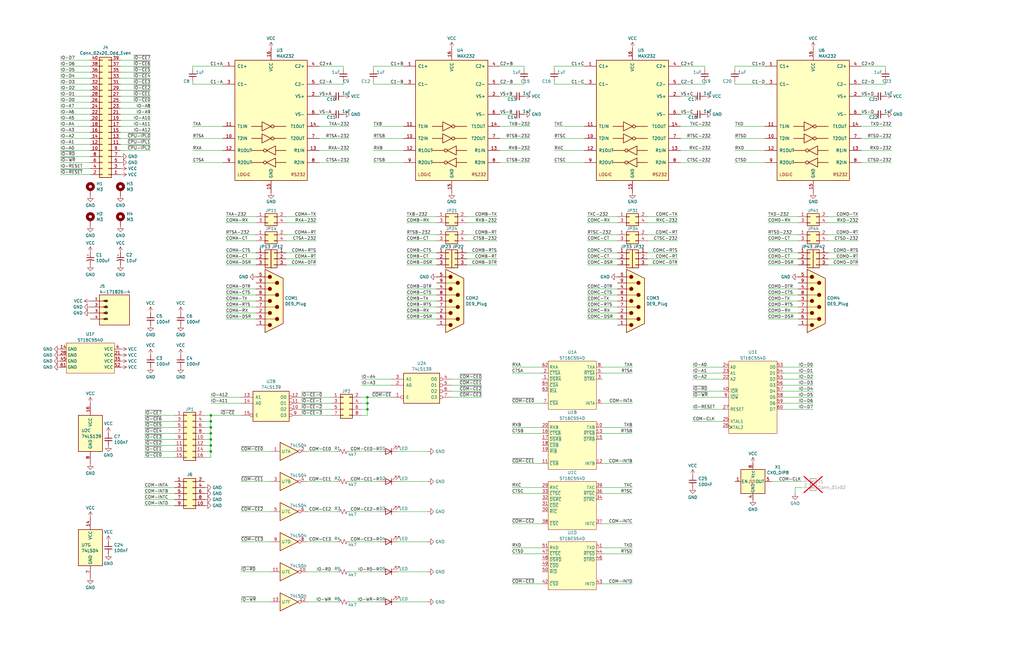
<source format=kicad_sch>
(kicad_sch (version 20231120) (generator "eeschema") (generator_version "8.0")
  (paper "B")
  (junction (at 88.9 187.96))
  (junction (at 88.9 177.8))
  (junction (at 154.94 167.64))
  (junction (at 154.94 170.18))
  (junction (at 88.9 190.5))
  (junction (at 88.9 180.34))
  (junction (at 154.94 172.72))
  (junction (at 88.9 175.26))
  (junction (at 88.9 182.88))
  (junction (at 88.9 185.42))
  (wire (pts (xy 196.85 93.98) (xy 209.55 93.98)))
  (wire (pts (xy 273.05 109.22) (xy 285.75 109.22)))
  (wire (pts (xy 134.62 58.42) (xy 147.32 58.42)))
  (wire (pts (xy 165.1 160.02) (xy 152.4 160.02)))
  (wire (pts (xy 120.65 101.6) (xy 133.35 101.6)))
  (wire (pts (xy 93.98 58.42) (xy 81.28 58.42)))
  (wire (pts (xy 93.98 27.94) (xy 81.28 27.94)))
  (wire (pts (xy 373.38 35.56) (xy 373.38 34.29)))
  (wire (pts (xy 233.68 27.94) (xy 233.68 29.21)))
  (wire (pts (xy 363.22 68.58) (xy 375.92 68.58)))
  (wire (pts (xy 157.48 27.94) (xy 157.48 29.21)))
  (wire (pts (xy 101.6 170.18) (xy 88.9 170.18)))
  (wire (pts (xy 180.34 228.6) (xy 167.64 228.6)))
  (wire (pts (xy 134.62 40.64) (xy 139.7 40.64)))
  (wire (pts (xy 134.62 53.34) (xy 147.32 53.34)))
  (wire (pts (xy 86.36 180.34) (xy 88.9 180.34)))
  (wire (pts (xy 142.24 190.5) (xy 129.54 190.5)))
  (wire (pts (xy 273.05 106.68) (xy 285.75 106.68)))
  (wire (pts (xy 73.66 190.5) (xy 60.96 190.5)))
  (wire (pts (xy 287.02 35.56) (xy 297.18 35.56)))
  (wire (pts (xy 134.62 48.26) (xy 139.7 48.26)))
  (wire (pts (xy 323.85 106.68) (xy 336.55 106.68)))
  (wire (pts (xy 88.9 180.34) (xy 88.9 182.88)))
  (wire (pts (xy 38.1 58.42) (xy 25.4 58.42)))
  (wire (pts (xy 373.38 27.94) (xy 373.38 29.21)))
  (wire (pts (xy 304.8 167.64) (xy 292.1 167.64)))
  (wire (pts (xy 160.02 215.9) (xy 147.32 215.9)))
  (wire (pts (xy 38.1 68.58) (xy 25.4 68.58)))
  (wire (pts (xy 246.38 27.94) (xy 233.68 27.94)))
  (wire (pts (xy 260.35 127) (xy 247.65 127)))
  (wire (pts (xy 171.45 93.98) (xy 184.15 93.98)))
  (wire (pts (xy 114.3 241.3) (xy 101.6 241.3)))
  (wire (pts (xy 171.45 101.6) (xy 184.15 101.6)))
  (wire (pts (xy 88.9 175.26) (xy 88.9 177.8)))
  (wire (pts (xy 120.65 109.22) (xy 133.35 109.22)))
  (wire (pts (xy 336.55 129.54) (xy 323.85 129.54)))
  (wire (pts (xy 220.98 27.94) (xy 220.98 29.21)))
  (wire (pts (xy 210.82 58.42) (xy 223.52 58.42)))
  (wire (pts (xy 38.1 33.02) (xy 25.4 33.02)))
  (wire (pts (xy 86.36 187.96) (xy 88.9 187.96)))
  (wire (pts (xy 93.98 53.34) (xy 81.28 53.34)))
  (wire (pts (xy 254 231.14) (xy 266.7 231.14)))
  (wire (pts (xy 287.02 40.64) (xy 292.1 40.64)))
  (wire (pts (xy 86.36 175.26) (xy 88.9 175.26)))
  (wire (pts (xy 287.02 58.42) (xy 299.72 58.42)))
  (wire (pts (xy 127 167.64) (xy 139.7 167.64)))
  (wire (pts (xy 247.65 93.98) (xy 260.35 93.98)))
  (wire (pts (xy 323.85 111.76) (xy 336.55 111.76)))
  (wire (pts (xy 337.82 203.2) (xy 325.12 203.2)))
  (wire (pts (xy 304.8 157.48) (xy 292.1 157.48)))
  (wire (pts (xy 228.6 220.98) (xy 215.9 220.98)))
  (wire (pts (xy 171.45 134.62) (xy 184.15 134.62)))
  (wire (pts (xy 210.82 40.64) (xy 215.9 40.64)))
  (wire (pts (xy 38.1 48.26) (xy 25.4 48.26)))
  (wire (pts (xy 114.3 190.5) (xy 101.6 190.5)))
  (wire (pts (xy 215.9 154.94) (xy 228.6 154.94)))
  (wire (pts (xy 170.18 35.56) (xy 157.48 35.56)))
  (wire (pts (xy 171.45 124.46) (xy 184.15 124.46)))
  (wire (pts (xy 114.3 215.9) (xy 101.6 215.9)))
  (wire (pts (xy 160.02 203.2) (xy 147.32 203.2)))
  (wire (pts (xy 196.85 91.44) (xy 209.55 91.44)))
  (wire (pts (xy 134.62 63.5) (xy 147.32 63.5)))
  (wire (pts (xy 95.25 109.22) (xy 107.95 109.22)))
  (wire (pts (xy 38.1 38.1) (xy 25.4 38.1)))
  (wire (pts (xy 336.55 127) (xy 323.85 127)))
  (wire (pts (xy 114.3 254) (xy 101.6 254)))
  (wire (pts (xy 170.18 27.94) (xy 157.48 27.94)))
  (wire (pts (xy 38.1 25.4) (xy 25.4 25.4)))
  (wire (pts (xy 215.9 182.88) (xy 228.6 182.88)))
  (wire (pts (xy 165.1 162.56) (xy 152.4 162.56)))
  (wire (pts (xy 190.5 167.64) (xy 203.2 167.64)))
  (wire (pts (xy 260.35 129.54) (xy 247.65 129.54)))
  (wire (pts (xy 73.66 185.42) (xy 60.96 185.42)))
  (wire (pts (xy 127 172.72) (xy 139.7 172.72)))
  (wire (pts (xy 50.8 50.8) (xy 63.5 50.8)))
  (wire (pts (xy 215.9 205.74) (xy 228.6 205.74)))
  (wire (pts (xy 81.28 68.58) (xy 93.98 68.58)))
  (wire (pts (xy 88.9 175.26) (xy 101.6 175.26)))
  (wire (pts (xy 157.48 68.58) (xy 170.18 68.58)))
  (wire (pts (xy 210.82 68.58) (xy 223.52 68.58)))
  (wire (pts (xy 349.25 93.98) (xy 361.95 93.98)))
  (wire (pts (xy 50.8 55.88) (xy 63.5 55.88)))
  (wire (pts (xy 50.8 25.4) (xy 63.5 25.4)))
  (wire (pts (xy 330.2 154.94) (xy 342.9 154.94)))
  (wire (pts (xy 330.2 160.02) (xy 342.9 160.02)))
  (wire (pts (xy 73.66 175.26) (xy 60.96 175.26)))
  (wire (pts (xy 349.25 111.76) (xy 361.95 111.76)))
  (wire (pts (xy 134.62 68.58) (xy 147.32 68.58)))
  (wire (pts (xy 233.68 68.58) (xy 246.38 68.58)))
  (wire (pts (xy 184.15 127) (xy 171.45 127)))
  (wire (pts (xy 170.18 53.34) (xy 157.48 53.34)))
  (wire (pts (xy 38.1 27.94) (xy 25.4 27.94)))
  (wire (pts (xy 180.34 254) (xy 167.64 254)))
  (wire (pts (xy 152.4 170.18) (xy 154.94 170.18)))
  (wire (pts (xy 38.1 45.72) (xy 25.4 45.72)))
  (wire (pts (xy 228.6 246.38) (xy 215.9 246.38)))
  (wire (pts (xy 73.66 208.28) (xy 60.96 208.28)))
  (wire (pts (xy 38.1 63.5) (xy 25.4 63.5)))
  (wire (pts (xy 246.38 53.34) (xy 233.68 53.34)))
  (wire (pts (xy 363.22 35.56) (xy 373.38 35.56)))
  (wire (pts (xy 254 208.28) (xy 266.7 208.28)))
  (wire (pts (xy 247.65 109.22) (xy 260.35 109.22)))
  (wire (pts (xy 154.94 175.26) (xy 154.94 172.72)))
  (wire (pts (xy 260.35 121.92) (xy 247.65 121.92)))
  (wire (pts (xy 304.8 172.72) (xy 292.1 172.72)))
  (wire (pts (xy 160.02 254) (xy 147.32 254)))
  (wire (pts (xy 50.8 35.56) (xy 63.5 35.56)))
  (wire (pts (xy 336.55 121.92) (xy 323.85 121.92)))
  (wire (pts (xy 127 175.26) (xy 139.7 175.26)))
  (wire (pts (xy 114.3 203.2) (xy 101.6 203.2)))
  (wire (pts (xy 254 157.48) (xy 266.7 157.48)))
  (wire (pts (xy 86.36 193.04) (xy 88.9 193.04)))
  (wire (pts (xy 228.6 170.18) (xy 215.9 170.18)))
  (wire (pts (xy 323.85 99.06) (xy 336.55 99.06)))
  (wire (pts (xy 254 180.34) (xy 266.7 180.34)))
  (wire (pts (xy 171.45 106.68) (xy 184.15 106.68)))
  (wire (pts (xy 38.1 71.12) (xy 25.4 71.12)))
  (wire (pts (xy 287.02 27.94) (xy 297.18 27.94)))
  (wire (pts (xy 86.36 185.42) (xy 88.9 185.42)))
  (wire (pts (xy 215.9 233.68) (xy 228.6 233.68)))
  (wire (pts (xy 73.66 213.36) (xy 60.96 213.36)))
  (wire (pts (xy 95.25 93.98) (xy 107.95 93.98)))
  (wire (pts (xy 88.9 182.88) (xy 88.9 185.42)))
  (wire (pts (xy 180.34 241.3) (xy 167.64 241.3)))
  (wire (pts (xy 160.02 228.6) (xy 147.32 228.6)))
  (wire (pts (xy 254 220.98) (xy 266.7 220.98)))
  (wire (pts (xy 152.4 172.72) (xy 154.94 172.72)))
  (wire (pts (xy 120.65 111.76) (xy 133.35 111.76)))
  (wire (pts (xy 254 170.18) (xy 266.7 170.18)))
  (wire (pts (xy 363.22 63.5) (xy 375.92 63.5)))
  (wire (pts (xy 323.85 124.46) (xy 336.55 124.46)))
  (wire (pts (xy 273.05 101.6) (xy 285.75 101.6)))
  (wire (pts (xy 323.85 101.6) (xy 336.55 101.6)))
  (wire (pts (xy 247.65 101.6) (xy 260.35 101.6)))
  (wire (pts (xy 50.8 30.48) (xy 63.5 30.48)))
  (wire (pts (xy 349.25 101.6) (xy 361.95 101.6)))
  (wire (pts (xy 330.2 157.48) (xy 342.9 157.48)))
  (wire (pts (xy 323.85 109.22) (xy 336.55 109.22)))
  (wire (pts (xy 86.36 182.88) (xy 88.9 182.88)))
  (wire (pts (xy 330.2 165.1) (xy 342.9 165.1)))
  (wire (pts (xy 247.65 106.68) (xy 260.35 106.68)))
  (wire (pts (xy 233.68 35.56) (xy 233.68 34.29)))
  (wire (pts (xy 322.58 53.34) (xy 309.88 53.34)))
  (wire (pts (xy 81.28 27.94) (xy 81.28 29.21)))
  (wire (pts (xy 73.66 182.88) (xy 60.96 182.88)))
  (wire (pts (xy 330.2 172.72) (xy 342.9 172.72)))
  (wire (pts (xy 144.78 27.94) (xy 144.78 29.21)))
  (wire (pts (xy 50.8 53.34) (xy 63.5 53.34)))
  (wire (pts (xy 160.02 190.5) (xy 147.32 190.5)))
  (wire (pts (xy 190.5 160.02) (xy 203.2 160.02)))
  (wire (pts (xy 309.88 35.56) (xy 309.88 34.29)))
  (wire (pts (xy 95.25 124.46) (xy 107.95 124.46)))
  (wire (pts (xy 287.02 63.5) (xy 299.72 63.5)))
  (wire (pts (xy 196.85 109.22) (xy 209.55 109.22)))
  (wire (pts (xy 154.94 167.64) (xy 165.1 167.64)))
  (wire (pts (xy 309.88 63.5) (xy 322.58 63.5)))
  (wire (pts (xy 120.65 91.44) (xy 133.35 91.44)))
  (wire (pts (xy 63.5 58.42) (xy 50.8 58.42)))
  (wire (pts (xy 246.38 58.42) (xy 233.68 58.42)))
  (wire (pts (xy 38.1 43.18) (xy 25.4 43.18)))
  (wire (pts (xy 190.5 162.56) (xy 203.2 162.56)))
  (wire (pts (xy 120.65 106.68) (xy 133.35 106.68)))
  (wire (pts (xy 349.25 91.44) (xy 361.95 91.44)))
  (wire (pts (xy 88.9 190.5) (xy 88.9 193.04)))
  (wire (pts (xy 322.58 58.42) (xy 309.88 58.42)))
  (wire (pts (xy 171.45 109.22) (xy 184.15 109.22)))
  (wire (pts (xy 171.45 132.08) (xy 184.15 132.08)))
  (wire (pts (xy 50.8 48.26) (xy 63.5 48.26)))
  (wire (pts (xy 157.48 63.5) (xy 170.18 63.5)))
  (wire (pts (xy 349.25 109.22) (xy 361.95 109.22)))
  (wire (pts (xy 210.82 48.26) (xy 215.9 48.26)))
  (wire (pts (xy 142.24 203.2) (xy 129.54 203.2)))
  (wire (pts (xy 50.8 33.02) (xy 63.5 33.02)))
  (wire (pts (xy 247.65 111.76) (xy 260.35 111.76)))
  (wire (pts (xy 88.9 185.42) (xy 88.9 187.96)))
  (wire (pts (xy 304.8 160.02) (xy 292.1 160.02)))
  (wire (pts (xy 95.25 111.76) (xy 107.95 111.76)))
  (wire (pts (xy 38.1 53.34) (xy 25.4 53.34)))
  (wire (pts (xy 233.68 63.5) (xy 246.38 63.5)))
  (wire (pts (xy 363.22 40.64) (xy 368.3 40.64)))
  (wire (pts (xy 273.05 91.44) (xy 285.75 91.44)))
  (wire (pts (xy 247.65 99.06) (xy 260.35 99.06)))
  (wire (pts (xy 287.02 48.26) (xy 292.1 48.26)))
  (wire (pts (xy 363.22 58.42) (xy 375.92 58.42)))
  (wire (pts (xy 196.85 106.68) (xy 209.55 106.68)))
  (wire (pts (xy 50.8 38.1) (xy 63.5 38.1)))
  (wire (pts (xy 363.22 53.34) (xy 375.92 53.34)))
  (wire (pts (xy 86.36 177.8) (xy 88.9 177.8)))
  (wire (pts (xy 254 154.94) (xy 266.7 154.94)))
  (wire (pts (xy 309.88 68.58) (xy 322.58 68.58)))
  (wire (pts (xy 114.3 228.6) (xy 101.6 228.6)))
  (wire (pts (xy 50.8 45.72) (xy 63.5 45.72)))
  (wire (pts (xy 292.1 177.8) (xy 304.8 177.8)))
  (wire (pts (xy 134.62 35.56) (xy 144.78 35.56)))
  (wire (pts (xy 330.2 170.18) (xy 342.9 170.18)))
  (wire (pts (xy 154.94 172.72) (xy 154.94 170.18)))
  (wire (pts (xy 101.6 167.64) (xy 88.9 167.64)))
  (wire (pts (xy 38.1 55.88) (xy 25.4 55.88)))
  (wire (pts (xy 73.66 187.96) (xy 60.96 187.96)))
  (wire (pts (xy 220.98 35.56) (xy 220.98 34.29)))
  (wire (pts (xy 95.25 134.62) (xy 107.95 134.62)))
  (wire (pts (xy 254 233.68) (xy 266.7 233.68)))
  (wire (pts (xy 215.9 157.48) (xy 228.6 157.48)))
  (wire (pts (xy 297.18 35.56) (xy 297.18 34.29)))
  (wire (pts (xy 38.1 50.8) (xy 25.4 50.8)))
  (wire (pts (xy 254 182.88) (xy 266.7 182.88)))
  (wire (pts (xy 196.85 99.06) (xy 209.55 99.06)))
  (wire (pts (xy 73.66 177.8) (xy 60.96 177.8)))
  (wire (pts (xy 73.66 193.04) (xy 60.96 193.04)))
  (wire (pts (xy 142.24 215.9) (xy 129.54 215.9)))
  (wire (pts (xy 335.28 208.28) (xy 335.28 205.74)))
  (wire (pts (xy 349.25 99.06) (xy 361.95 99.06)))
  (wire (pts (xy 335.28 205.74) (xy 337.82 205.74)))
  (wire (pts (xy 88.9 187.96) (xy 88.9 190.5)))
  (wire (pts (xy 127 170.18) (xy 139.7 170.18)))
  (wire (pts (xy 81.28 35.56) (xy 81.28 34.29)))
  (wire (pts (xy 38.1 60.96) (xy 25.4 60.96)))
  (wire (pts (xy 93.98 35.56) (xy 81.28 35.56)))
  (wire (pts (xy 196.85 111.76) (xy 209.55 111.76)))
  (wire (pts (xy 38.1 35.56) (xy 25.4 35.56)))
  (wire (pts (xy 86.36 190.5) (xy 88.9 190.5)))
  (wire (pts (xy 323.85 132.08) (xy 336.55 132.08)))
  (wire (pts (xy 287.02 68.58) (xy 299.72 68.58)))
  (wire (pts (xy 38.1 66.04) (xy 25.4 66.04)))
  (wire (pts (xy 38.1 73.66) (xy 25.4 73.66)))
  (wire (pts (xy 180.34 215.9) (xy 167.64 215.9)))
  (wire (pts (xy 196.85 101.6) (xy 209.55 101.6)))
  (wire (pts (xy 171.45 91.44) (xy 184.15 91.44)))
  (wire (pts (xy 322.58 27.94) (xy 309.88 27.94)))
  (wire (pts (xy 95.25 99.06) (xy 107.95 99.06)))
  (wire (pts (xy 215.9 180.34) (xy 228.6 180.34)))
  (wire (pts (xy 154.94 170.18) (xy 154.94 167.64)))
  (wire (pts (xy 273.05 99.06) (xy 285.75 99.06)))
  (wire (pts (xy 180.34 190.5) (xy 167.64 190.5)))
  (wire (pts (xy 142.24 254) (xy 129.54 254)))
  (wire (pts (xy 120.65 93.98) (xy 133.35 93.98)))
  (wire (pts (xy 142.24 228.6) (xy 129.54 228.6)))
  (wire (pts (xy 247.65 134.62) (xy 260.35 134.62)))
  (wire (pts (xy 246.38 35.56) (xy 233.68 35.56)))
  (wire (pts (xy 330.2 162.56) (xy 342.9 162.56)))
  (wire (pts (xy 157.48 35.56) (xy 157.48 34.29)))
  (wire (pts (xy 297.18 27.94) (xy 297.18 29.21)))
  (wire (pts (xy 120.65 99.06) (xy 133.35 99.06)))
  (wire (pts (xy 247.65 124.46) (xy 260.35 124.46)))
  (wire (pts (xy 142.24 241.3) (xy 129.54 241.3)))
  (wire (pts (xy 190.5 165.1) (xy 203.2 165.1)))
  (wire (pts (xy 38.1 40.64) (xy 25.4 40.64)))
  (wire (pts (xy 304.8 154.94) (xy 292.1 154.94)))
  (wire (pts (xy 210.82 27.94) (xy 220.98 27.94)))
  (wire (pts (xy 349.25 106.68) (xy 361.95 106.68)))
  (wire (pts (xy 330.2 167.64) (xy 342.9 167.64)))
  (wire (pts (xy 304.8 165.1) (xy 292.1 165.1)))
  (wire (pts (xy 107.95 121.92) (xy 95.25 121.92)))
  (wire (pts (xy 363.22 27.94) (xy 373.38 27.94)))
  (wire (pts (xy 170.18 58.42) (xy 157.48 58.42)))
  (wire (pts (xy 323.85 93.98) (xy 336.55 93.98)))
  (wire (pts (xy 184.15 121.92) (xy 171.45 121.92)))
  (wire (pts (xy 95.25 132.08) (xy 107.95 132.08)))
  (wire (pts (xy 254 195.58) (xy 266.7 195.58)))
  (wire (pts (xy 228.6 195.58) (xy 215.9 195.58)))
  (wire (pts (xy 322.58 35.56) (xy 309.88 35.56)))
  (wire (pts (xy 73.66 180.34) (xy 60.96 180.34)))
  (wire (pts (xy 210.82 53.34) (xy 223.52 53.34)))
  (wire (pts (xy 81.28 63.5) (xy 93.98 63.5)))
  (wire (pts (xy 107.95 129.54) (xy 95.25 129.54)))
  (wire (pts (xy 323.85 134.62) (xy 336.55 134.62)))
  (wire (pts (xy 273.05 93.98) (xy 285.75 93.98)))
  (wire (pts (xy 95.25 106.68) (xy 107.95 106.68)))
  (wire (pts (xy 107.95 127) (xy 95.25 127)))
  (wire (pts (xy 287.02 53.34) (xy 299.72 53.34)))
  (wire (pts (xy 50.8 43.18) (xy 63.5 43.18)))
  (wire (pts (xy 184.15 129.54) (xy 171.45 129.54)))
  (wire (pts (xy 154.94 167.64) (xy 152.4 167.64)))
  (wire (pts (xy 363.22 48.26) (xy 368.3 48.26)))
  (wire (pts (xy 50.8 40.64) (xy 63.5 40.64)))
  (wire (pts (xy 38.1 30.48) (xy 25.4 30.48)))
  (wire (pts (xy 63.5 60.96) (xy 50.8 60.96)))
  (wire (pts (xy 254 246.38) (xy 266.7 246.38)))
  (wire (pts (xy 63.5 63.5) (xy 50.8 63.5)))
  (wire (pts (xy 247.65 132.08) (xy 260.35 132.08)))
  (wire (pts (xy 273.05 111.76) (xy 285.75 111.76)))
  (wire (pts (xy 134.62 27.94) (xy 144.78 27.94)))
  (wire (pts (xy 254 205.74) (xy 266.7 205.74)))
  (wire (pts (xy 210.82 63.5) (xy 223.52 63.5)))
  (wire (pts (xy 50.8 27.94) (xy 63.5 27.94)))
  (wire (pts (xy 171.45 99.06) (xy 184.15 99.06)))
  (wire (pts (xy 323.85 91.44) (xy 336.55 91.44)))
  (wire (pts (xy 95.25 91.44) (xy 107.95 91.44)))
  (wire (pts (xy 247.65 91.44) (xy 260.35 91.44)))
  (wire (pts (xy 95.25 101.6) (xy 107.95 101.6)))
  (wire (pts (xy 215.9 208.28) (xy 228.6 208.28)))
  (wire (pts (xy 160.02 241.3) (xy 147.32 241.3)))
  (wire (pts (xy 152.4 175.26) (xy 154.94 175.26)))
  (wire (pts (xy 171.45 111.76) (xy 184.15 111.76)))
  (wire (pts (xy 144.78 35.56) (xy 144.78 34.29)))
  (wire (pts (xy 180.34 203.2) (xy 167.64 203.2)))
  (wire (pts (xy 73.66 210.82) (xy 60.96 210.82)))
  (wire (pts (xy 210.82 35.56) (xy 220.98 35.56)))
  (wire (pts (xy 215.9 231.14) (xy 228.6 231.14)))
  (wire (pts (xy 73.66 205.74) (xy 60.96 205.74)))
  (wire (pts (xy 88.9 177.8) (xy 88.9 180.34)))
  (wire (pts (xy 309.88 27.94) (xy 309.88 29.21)))
  (label "COMD-CTS" (at 323.85 106.68 0))
  (label "~{IO-CE4}" (at 60.96 182.88 0))
  (label "~{IO-CE-2}" (at 127 172.72 0))
  (label "IO-A11" (at 63.5 53.34 180))
  (label "C1+C" (at 246.38 27.94 180))
  (label "IO-D2" (at 25.4 38.1 0))
  (label "COMA-TX" (at 95.25 127 0))
  (label "~{IO-CE}" (at 99.06 175.26 180))
  (label "IO-D2" (at 342.9 160.02 180))
  (label "RTSD-232" (at 375.92 58.42 180))
  (label "COM-INTC" (at 266.7 220.98 180))
  (label "CTSC-232" (at 285.75 101.6 180))
  (label "~{IO-CE-0}" (at 127 167.64 0))
  (label "CTSD" (at 309.88 68.58 0))
  (label "COMC-DSR" (at 247.65 111.76 0))
  (label "CTSA" (at 215.9 157.48 0))
  (label "COM-CE1" (at 139.7 203.2 180))
  (label "TXA" (at 81.28 53.34 0))
  (label "~{CPU-IPL1}" (at 63.5 60.96 180))
  (label "IO-D5" (at 342.9 167.64 180))
  (label "TXD" (at 309.88 53.34 0))
  (label "TXA-232" (at 95.25 91.44 0))
  (label "C2+A" (at 134.62 27.94 0))
  (label "~{IO-CE1}" (at 63.5 40.64 180))
  (label "COM-CE2-R" (at 160.02 215.9 180))
  (label "COMD-RTS" (at 361.95 106.68 180))
  (label "~{IO-CE3}" (at 60.96 185.42 0))
  (label "COM-CE0" (at 139.7 190.5 180))
  (label "IO-WR-R" (at 160.02 254 180))
  (label "C1+A" (at 93.98 27.94 180))
  (label "VS+B" (at 210.82 40.64 0))
  (label "COMB-RT" (at 209.55 99.06 180))
  (label "IO-D7" (at 25.4 25.4 0))
  (label "COMD-CTS" (at 323.85 124.46 0))
  (label "~{COM-CE0}" (at 215.9 170.18 0))
  (label "~{COM-CE3}" (at 203.2 167.64 180))
  (label "IO-WR" (at 139.7 254 180))
  (label "CTSD-232" (at 361.95 101.6 180))
  (label "IO-A12" (at 88.9 167.64 0))
  (label "COMA-RTS" (at 95.25 129.54 0))
  (label "COMC-CT" (at 247.65 101.6 0))
  (label "RTSC-232" (at 299.72 58.42 180))
  (label "TXB-232" (at 223.52 53.34 180))
  (label "RTSB-232" (at 171.45 99.06 0))
  (label "COMD-TX" (at 361.95 91.44 180))
  (label "RXA" (at 81.28 63.5 0))
  (label "RXC" (at 215.9 205.74 0))
  (label "CTSB" (at 215.9 182.88 0))
  (label "COMC-DTR" (at 285.75 111.76 180))
  (label "COMB-DTR" (at 171.45 121.92 0))
  (label "~{IO-CE3}" (at 63.5 35.56 180))
  (label "COMC-TX" (at 285.75 91.44 180))
  (label "IO-D0" (at 342.9 154.94 180))
  (label "COMA-CTS" (at 95.25 106.68 0))
  (label "IO-A0" (at 25.4 63.5 0))
  (label "RTSC" (at 266.7 208.28 180))
  (label "COMC-CT" (at 247.65 109.22 0))
  (label "IO-A4" (at 152.4 160.02 0))
  (label "RTSB" (at 157.48 58.42 0))
  (label "CTSD" (at 215.9 233.68 0))
  (label "COMD-TX" (at 323.85 127 0))
  (label "VS-A" (at 134.62 48.26 0))
  (label "CTSA-232" (at 133.35 101.6 180))
  (label "COM-INTC" (at 60.96 210.82 0))
  (label "CTSC" (at 215.9 208.28 0))
  (label "~{IO-WR}" (at 101.6 254 0))
  (label "RXD-232" (at 361.95 93.98 180))
  (label "C2+B" (at 210.82 27.94 0))
  (label "IO-A1" (at 25.4 60.96 0))
  (label "C2-B" (at 210.82 35.56 0))
  (label "C1-B" (at 170.18 35.56 180))
  (label "~{IO-RD}" (at 25.4 66.04 0))
  (label "COMD-CT" (at 323.85 101.6 0))
  (label "COMC-RX" (at 247.65 132.08 0))
  (label "RXD" (at 215.9 231.14 0))
  (label "COMB-CTS" (at 171.45 124.46 0))
  (label "~{IO-CE-3}" (at 127 175.26 0))
  (label "COMB-RX" (at 171.45 93.98 0))
  (label "TXB-232" (at 171.45 91.44 0))
  (label "CTSB-232" (at 223.52 68.58 180))
  (label "C2+D" (at 363.22 27.94 0))
  (label "COMD-DSR" (at 323.85 134.62 0))
  (label "RXC-232" (at 285.75 93.98 180))
  (label "COMD-RT" (at 361.95 109.22 180))
  (label "COM-CE3" (at 139.7 228.6 180))
  (label "~{COM-CE2}" (at 215.9 220.98 0))
  (label "~{COM-CE1}" (at 215.9 195.58 0))
  (label "~{CPU-IPL2}" (at 63.5 63.5 180))
  (label "~{IO-CE0}" (at 60.96 193.04 0))
  (label "COMA-RTS" (at 133.35 106.68 180))
  (label "COMB-RT" (at 209.55 109.22 180))
  (label "RTSA-232" (at 95.25 99.06 0))
  (label "COMA-RT" (at 133.35 109.22 180))
  (label "TXC-232" (at 247.65 91.44 0))
  (label "~{IO-CE5}" (at 63.5 30.48 180))
  (label "COM-CLK" (at 292.1 177.8 0))
  (label "COMB-DSR" (at 171.45 111.76 0))
  (label "RTSA" (at 266.7 157.48 180))
  (label "COMB-DTR" (at 209.55 111.76 180))
  (label "RTSD" (at 266.7 233.68 180))
  (label "COMC-RT" (at 285.75 99.06 180))
  (label "COM-CE2" (at 139.7 215.9 180))
  (label "COMC-CTS" (at 247.65 124.46 0))
  (label "IO-D1" (at 25.4 40.64 0))
  (label "COMA-CTS" (at 95.25 124.46 0))
  (label "RTSC-232" (at 247.65 99.06 0))
  (label "IO-A10" (at 63.5 50.8 180))
  (label "COMB-TX" (at 171.45 127 0))
  (label "COMD-DSR" (at 323.85 111.76 0))
  (label "TXC" (at 233.68 53.34 0))
  (label "~{COM-CE0}" (at 203.2 160.02 180))
  (label "TXC" (at 266.7 205.74 180))
  (label "~{COM-CE2}" (at 203.2 165.1 180))
  (label "~{IO-WR}" (at 25.4 68.58 0))
  (label "C1-C" (at 246.38 35.56 180))
  (label "C2-A" (at 134.62 35.56 0))
  (label "~{COM-CE0}" (at 101.6 190.5 0))
  (label "TXC-232" (at 299.72 53.34 180))
  (label "RXA-232" (at 147.32 63.5 180))
  (label "RXD" (at 309.88 63.5 0))
  (label "RTSD-232" (at 323.85 99.06 0))
  (label "COMA-DTR" (at 133.35 111.76 180))
  (label "COMC-TX" (at 247.65 127 0))
  (label "COMB-RTS" (at 209.55 106.68 180))
  (label "~{IO-RD}" (at 101.6 241.3 0))
  (label "IO-A12" (at 63.5 55.88 180))
  (label "IO-D4" (at 25.4 33.02 0))
  (label "COMC-CTS" (at 247.65 106.68 0))
  (label "COM-CE1-R" (at 160.02 203.2 180))
  (label "COMC-RT" (at 285.75 109.22 180))
  (label "TXB" (at 157.48 53.34 0))
  (label "IO-D1" (at 342.9 157.48 180))
  (label "IO-RD" (at 139.7 241.3 180))
  (label "~{IO-CE1}" (at 60.96 190.5 0))
  (label "COMA-CT" (at 95.25 109.22 0))
  (label "IO-A9" (at 63.5 48.26 180))
  (label "COMA-TX" (at 133.35 91.44 180))
  (label "IO-A4" (at 25.4 53.34 0))
  (label "RXB" (at 215.9 180.34 0))
  (label "COMB-CTS" (at 171.45 106.68 0))
  (label "CTSD-232" (at 375.92 68.58 180))
  (label "RTSB-232" (at 223.52 58.42 180))
  (label "C2+C" (at 287.02 27.94 0))
  (label "IO-A6" (at 25.4 48.26 0))
  (label "RTSC" (at 233.68 58.42 0))
  (label "~{COM-CE}" (at 165.1 167.64 180))
  (label "COMA-DSR" (at 95.25 134.62 0))
  (label "IO-A0" (at 292.1 154.94 0))
  (label "~{IO-CE4}" (at 63.5 33.02 180))
  (label "RXC-232" (at 299.72 63.5 180))
  (label "COMA-RX" (at 95.25 93.98 0))
  (label "IO-D7" (at 342.9 172.72 180))
  (label "COM-INTD" (at 60.96 213.36 0))
  (label "RTSB" (at 266.7 182.88 180))
  (label "IO-RD-R" (at 160.02 241.3 180))
  (label "IO-A8" (at 63.5 45.72 180))
  (label "~{IO-CE-1}" (at 127 170.18 0))
  (label "RTSA" (at 81.28 58.42 0))
  (label "COM-INTA" (at 266.7 170.18 180))
  (label "VS-B" (at 210.82 48.26 0))
  (label "COMA-RT" (at 133.35 99.06 180))
  (label "TXA" (at 266.7 154.94 180))
  (label "COMC-RTS" (at 285.75 106.68 180))
  (label "COMD-RTS" (at 323.85 129.54 0))
  (label "~{IO-CE0}" (at 63.5 43.18 180))
  (label "C1+B" (at 170.18 27.94 180))
  (label "VS+D" (at 363.22 40.64 0))
  (label "~{IO-WR}" (at 292.1 167.64 0))
  (label "COMA-RX" (at 95.25 132.08 0))
  (label "TXB" (at 266.7 180.34 180))
  (label "RXA-232" (at 133.35 93.98 180))
  (label "RTSD" (at 309.88 58.42 0))
  (label "COMB-RX" (at 171.45 132.08 0))
  (label "COM-INTB" (at 266.7 195.58 180))
  (label "TXD-232" (at 375.92 53.34 180))
  (label "~{COM-CE2}" (at 101.6 215.9 0))
  (label "~{IO-RESET}" (at 25.4 73.66 0))
  (label "IO-A11" (at 88.9 170.18 0))
  (label "COMC-RX" (at 247.65 93.98 0))
  (label "~{IO-CE6}" (at 63.5 27.94 180))
  (label "~{COM-CE3}" (at 215.9 246.38 0))
  (label "COMB-RTS" (at 171.45 129.54 0))
  (label "~{COM-CE3}" (at 101.6 228.6 0))
  (label "RXB" (at 157.48 63.5 0))
  (label "IO-RESET" (at 25.4 71.12 0))
  (label "CTSC" (at 233.68 68.58 0))
  (label "IO-D6" (at 25.4 27.94 0))
  (label "IO-D3" (at 342.9 162.56 180))
  (label "IO-A1" (at 292.1 157.48 0))
  (label "COMA-DSR" (at 95.25 111.76 0))
  (label "COMD-RX" (at 323.85 132.08 0))
  (label "IO-A2" (at 292.1 160.02 0))
  (label "C1+D" (at 322.58 27.94 180))
  (label "COMD-DTR" (at 323.85 121.92 0))
  (label "CTSB-232" (at 209.55 101.6 180))
  (label "COMD-RX" (at 323.85 93.98 0))
  (label "COMD-DTR" (at 361.95 111.76 180))
  (label "COM-INTA" (at 60.96 205.74 0))
  (label "RXC" (at 233.68 63.5 0))
  (label "COMB-TX" (at 209.55 91.44 180))
  (label "~{IO-CE6}" (at 60.96 177.8 0))
  (label "IO-A3" (at 152.4 162.56 0))
  (label "TXA-232" (at 147.32 53.34 180))
  (label "TXD-232" (at 323.85 91.44 0))
  (label "IO-A5" (at 25.4 50.8 0))
  (label "COMB-CT" (at 171.45 101.6 0))
  (label "COMC-RTS" (at 247.65 129.54 0))
  (label "VS+C" (at 287.02 40.64 0))
  (label "RTSA-232" (at 147.32 58.42 180))
  (label "IO-A2" (at 25.4 58.42 0))
  (label "IO-D0" (at 25.4 43.18 0))
  (label "COMD-CT" (at 323.85 109.22 0))
  (label "IO-A7" (at 25.4 45.72 0))
  (label "COM-INTB" (at 60.96 208.28 0))
  (label "IO-A3" (at 25.4 55.88 0))
  (label "RXB-232" (at 209.55 93.98 180))
  (label "IO-D6" (at 342.9 170.18 180))
  (label "COMB-DSR" (at 171.45 134.62 0))
  (label "~{IO-CE5}" (at 60.96 180.34 0))
  (label "COMB-CT" (at 171.45 109.22 0))
  (label "IO-D4" (at 342.9 165.1 180))
  (label "~{IO-CE2}" (at 63.5 38.1 180))
  (label "C2-C" (at 287.02 35.56 0))
  (label "COMD-RT" (at 361.95 99.06 180))
  (label "CTSA-232" (at 147.32 68.58 180))
  (label "RXB-232" (at 223.52 63.5 180))
  (label "~{IO-CE2}" (at 60.96 187.96 0))
  (label "C1-A" (at 93.98 35.56 180))
  (label "COM-INTD" (at 266.7 246.38 180))
  (label "IO-D3" (at 25.4 35.56 0))
  (label "~{COM-CE1}" (at 203.2 162.56 180))
  (label "RXD-232" (at 375.92 63.5 180))
  (label "~{IO-CE7}" (at 63.5 25.4 180))
  (label "C1-D" (at 322.58 35.56 180))
  (label "~{IO-RD}" (at 292.1 165.1 0))
  (label "TXD" (at 266.7 231.14 180))
  (label "COM-CE0-R" (at 160.02 190.5 180))
  (label "CTSC-232" (at 299.72 68.58 180))
  (label "COMC-DSR" (at 247.65 134.62 0))
  (label "~{IO-CE7}" (at 60.96 175.26 0))
  (label "COMA-DTR" (at 95.25 121.92 0))
  (label "COMA-CT" (at 95.25 101.6 0))
  (label "VS+A" (at 134.62 40.64 0))
  (label "CTSA" (at 81.28 68.58 0))
  (label "CTSB" (at 157.48 68.58 0))
  (label "RXA" (at 215.9 154.94 0))
  (label "VS-C" (at 287.02 48.26 0))
  (label "~{COM-CE1}" (at 101.6 203.2 0))
  (label "~{CPU-IPL0}" (at 63.5 58.42 180))
  (label "COM-CLK" (at 337.82 203.2 180))
  (label "IO-D5" (at 25.4 30.48 0))
  (label "COMC-DTR" (at 247.65 121.92 0))
  (label "COM-CE3-R" (at 160.02 228.6 180))
  (label "C2-D" (at 363.22 35.56 0))
  (label "IO-RESET" (at 292.1 172.72 0))
  (label "VS-D" (at 363.22 48.26 0))
  (symbol (lib_id "power:VCC") (at 50.8 73.66 270) (unit 1)
    (property "Reference" "#PWR08" (effects (hide yes)))
    (property "Value" "VCC" (at 53.975 73.66 90) (effects (justify left)))
    (property "Description" "Power symbol creates a global label with name \"VCC\"" (effects (hide yes)))
  )
  (symbol (lib_id "power:VCC") (at 190.5 20.32 0) (unit 1)
    (property "Reference" "#PWR045" (effects (hide yes)))
    (property "Value" "VCC" (at 190.5 16.1869 0))
    (property "Description" "Power symbol creates a global label with name \"VCC\"" (effects (hide yes)))
  )
  (symbol (lib_id "Connector_Generic:Conn_02x02_Odd_Even") (at 189.23 99.06 0) (unit 1)
    (property "Reference" "JP24" (at 190.5 96.52 0))
    (property "Value" "Conn_02x02_Odd_Even" (effects (hide yes)))
    (property "Footprint" "Connector_PinHeader_2.54mm:PinHeader_2x02_P2.54mm_Vertical" (effects (hide yes)))
    (property "Description" "Generic connector, double row, 02x02, odd/even pin numbering scheme (row 1 odd numbers, row 2 even numbers), script generated (kicad-library-utils/schlib/autogen/connector/)" (effects (hide yes)))
  )
  (symbol (lib_id "power:GND") (at 86.36 205.74 90) (unit 1)
    (property "Reference" "#PWR026" (effects (hide yes)))
    (property "Value" "GND" (at 89.535 205.74 90) (effects (justify right)))
    (property "Description" "Power symbol creates a global label with name \"GND\" , ground" (effects (hide yes)))
  )
  (symbol (lib_id "power:GND") (at 317.5 210.82 0) (unit 1)
    (property "Reference" "#PWR073" (effects (hide yes)))
    (property "Value" "GND" (at 317.5 214.9531 0))
    (property "Description" "Power symbol creates a global label with name \"GND\" , ground" (effects (hide yes)))
  )
  (symbol (lib_id "QuadCom_8b:ST16C554D") (at 241.3 152.4 0) (unit 1)
    (property "Reference" "U1" (at 241.3 148.59 0))
    (property "Value" "ST16C554D" (at 241.3 151.13 0))
    (property "Footprint" "Package_QFP:LQFP-64_10x10mm_P0.5mm" (effects (hide yes)))
    (property "Datasheet" "https://www.mouser.com/datasheet/2/146/ST16C554_ST16C554D_ST68C554-1889097.pdf" (effects (hide yes)))
    (property "Description" "Quad UARTs with 16-Byte FIFO" (effects (hide yes)))
    (property "Mouser" "701-ST16C554DIQ64-F" (effects (hide yes)))
    (property "JLC" "C60458" (effects (hide yes)))
  )
  (symbol (lib_id "power:GND") (at 184.15 116.84 270) (unit 1)
    (property "Reference" "#PWR044" (effects (hide yes)))
    (property "Value" "GND" (at 180.9751 116.84 90) (effects (justify right)))
    (property "Description" "Power symbol creates a global label with name \"GND\" , ground" (effects (hide yes)))
  )
  (symbol (lib_id "Device:C_Polarized_Small_US") (at 50.8 109.22 0) (unit 1)
    (property "Reference" "C2" (at 53.1114 107.576 0) (effects (justify left)))
    (property "Value" "10uF" (at 53.1114 110.0003 0) (effects (justify left)))
    (property "Footprint" "Capacitor_THT:CP_Radial_D5.0mm_P2.50mm" (effects (hide yes)))
    (property "Description" "Polarized capacitor, small US symbol" (effects (hide yes)))
  )
  (symbol (lib_id "power:GND") (at 342.9 81.28 0) (unit 1)
    (property "Reference" "#PWR056" (effects (hide yes)))
    (property "Value" "GND" (at 342.9 85.09 0))
    (property "Description" "Power symbol creates a global label with name \"GND\" , ground" (effects (hide yes)))
  )
  (symbol (lib_id "Mechanical:MountingHole_Pad") (at 50.8 80.01 0) (unit 1) (exclude_from_sim yes) (in_bom no)
    (property "Reference" "H3" (at 53.34 77.5278 0) (effects (justify left)))
    (property "Value" "M3" (at 53.34 79.9521 0) (effects (justify left)))
    (property "Footprint" "MountingHole:MountingHole_3.2mm_M3_Pad_Via" (effects (hide yes)))
    (property "Description" "Mounting Hole with connection" (effects (hide yes)))
  )
  (symbol (lib_id "power:GND") (at 114.3 81.28 0) (unit 1)
    (property "Reference" "#PWR040" (effects (hide yes)))
    (property "Value" "GND" (at 114.3 85.09 0))
    (property "Description" "Power symbol creates a global label with name \"GND\" , ground" (effects (hide yes)))
  )
  (symbol (lib_id "power:GND") (at 25.4 152.4 270) (unit 1)
    (property "Reference" "#PWR018" (effects (hide yes)))
    (property "Value" "GND" (at 22.2251 152.4 90) (effects (justify right)))
    (property "Description" "Power symbol creates a global label with name \"GND\" , ground" (effects (hide yes)))
  )
  (symbol (lib_id "power:GND") (at 38.1 195.58 0) (unit 1)
    (property "Reference" "#PWR028" (effects (hide yes)))
    (property "Value" "GND" (at 38.1 199.7131 0))
    (property "Description" "Power symbol creates a global label with name \"GND\" , ground" (effects (hide yes)))
  )
  (symbol (lib_id "Device:LED") (at 163.83 254 180) (unit 1)
    (property "Reference" "D6" (at 161.29 252.73 0))
    (property "Value" "LED" (at 170.18 252.73 0))
    (property "Footprint" "LED_THT:LED_D3.0mm_Horizontal_O1.27mm_Z2.0mm" (effects (hide yes)))
    (property "Description" "Light emitting diode" (effects (hide yes)))
  )
  (symbol (lib_id "power:GND") (at 86.36 208.28 90) (unit 1)
    (property "Reference" "#PWR059" (effects (hide yes)))
    (property "Value" "GND" (at 89.535 208.28 90) (effects (justify right)))
    (property "Description" "Power symbol creates a global label with name \"GND\" , ground" (effects (hide yes)))
  )
  (symbol (lib_id "74xx:74LS04") (at 121.92 203.2 0) (unit 2)
    (property "Reference" "U7" (at 120.65 203.2 0))
    (property "Value" "74LS04" (at 125.73 200.66 0))
    (property "Footprint" "Package_DIP:DIP-14_W7.62mm" (effects (hide yes)))
    (property "Datasheet" "http://www.ti.com/lit/gpn/sn74LS04" (effects (hide yes)))
    (property "Description" "Hex Inverter" (effects (hide yes)))
  )
  (symbol (lib_id "Connector_Generic:Conn_02x02_Odd_Even") (at 113.03 91.44 0) (unit 1)
    (property "Reference" "JP11" (at 114.3 88.9 0))
    (property "Value" "Conn_02x02_Odd_Even" (effects (hide yes)))
    (property "Footprint" "Connector_PinHeader_2.54mm:PinHeader_2x02_P2.54mm_Vertical" (effects (hide yes)))
    (property "Description" "Generic connector, double row, 02x02, odd/even pin numbering scheme (row 1 odd numbers, row 2 even numbers), script generated (kicad-library-utils/schlib/autogen/connector/)" (effects (hide yes)))
  )
  (symbol (lib_id "Connector_Generic:Conn_02x08_Odd_Even") (at 78.74 182.88 0) (unit 1)
    (property "Reference" "JP1" (at 80.01 172.72 0))
    (property "Value" "Conn_02x08_Odd_Even" (effects (hide yes)))
    (property "Footprint" "Connector_PinHeader_2.54mm:PinHeader_2x08_P2.54mm_Vertical" (effects (hide yes)))
    (property "Description" "Generic connector, double row, 02x08, odd/even pin numbering scheme (row 1 odd numbers, row 2 even numbers), script generated (kicad-library-utils/schlib/autogen/connector/)" (effects (hide yes)))
  )
  (symbol (lib_id "power:GND") (at 25.4 149.86 270) (unit 1)
    (property "Reference" "#PWR017" (effects (hide yes)))
    (property "Value" "GND" (at 22.2251 149.86 90) (effects (justify right)))
    (property "Description" "Power symbol creates a global label with name \"GND\" , ground" (effects (hide yes)))
  )
  (symbol (lib_id "power:GND") (at 38.1 95.25 0) (unit 1)
    (property "Reference" "#PWR02" (effects (hide yes)))
    (property "Value" "GND" (at 38.1 99.3831 0))
    (property "Description" "Power symbol creates a global label with name \"GND\" , ground" (effects (hide yes)))
  )
  (symbol (lib_id "Interface_UART:MAX232") (at 190.5 50.8 0) (unit 1)
    (property "Reference" "U4" (at 192.6941 21.2555 0) (effects (justify left)))
    (property "Value" "MAX232" (at 192.6941 23.6798 0) (effects (justify left)))
    (property "Footprint" "Package_DIP:DIP-16_W7.62mm" (effects (hide yes)))
    (property "Datasheet" "http://www.ti.com/lit/ds/symlink/max232.pdf" (effects (hide yes)))
    (property "Description" "Dual RS232 driver/receiver, 5V supply, 120kb/s, 0C-70C" (effects (hide yes)))
  )
  (symbol (lib_id "74xx:74LS139") (at 177.8 162.56 0) (unit 1)
    (property "Reference" "U2" (at 177.8 153.3355 0))
    (property "Value" "74LS139" (at 177.8 155.7598 0))
    (property "Footprint" "Package_DIP:DIP-16_W7.62mm" (effects (hide yes)))
    (property "Datasheet" "http://www.ti.com/lit/ds/symlink/sn74ls139a.pdf" (effects (hide yes)))
    (property "Description" "Dual Decoder 1 of 4, Active low outputs" (effects (hide yes)))
  )
  (symbol (lib_id "power:GND") (at 86.36 210.82 90) (unit 1)
    (property "Reference" "#PWR060" (effects (hide yes)))
    (property "Value" "GND" (at 89.535 210.82 90) (effects (justify right)))
    (property "Description" "Power symbol creates a global label with name \"GND\" , ground" (effects (hide yes)))
  )
  (symbol (lib_id "Device:C_Small") (at 142.24 48.26 270) (unit 1)
    (property "Reference" "C11" (at 139.7 49.53 90))
    (property "Value" "1uF" (at 146.05 46.99 90))
    (property "Footprint" "Capacitor_THT:C_Disc_D4.3mm_W1.9mm_P5.00mm" (effects (hide yes)))
    (property "Description" "Unpolarized capacitor, small symbol" (effects (hide yes)))
  )
  (symbol (lib_id "Connector_Generic:Conn_01x03") (at 113.03 109.22 0) (unit 1)
    (property "Reference" "JP13" (at 109.22 104.14 0) (effects (justify left)))
    (property "Value" "Conn_01x03" (effects (hide yes)))
    (property "Footprint" "Connector_PinHeader_2.54mm:PinHeader_1x03_P2.54mm_Vertical" (effects (hide yes)))
    (property "Description" "Generic connector, single row, 01x03, script generated (kicad-library-utils/schlib/autogen/connector/)" (effects (hide yes)))
  )
  (symbol (lib_id "power:VCC") (at 342.9 20.32 0) (unit 1)
    (property "Reference" "#PWR055" (effects (hide yes)))
    (property "Value" "VCC" (at 342.9 16.1869 0))
    (property "Description" "Power symbol creates a global label with name \"VCC\"" (effects (hide yes)))
  )
  (symbol (lib_id "Connector_Generic:Conn_01x03") (at 341.63 109.22 0) (unit 1)
    (property "Reference" "JP43" (at 337.82 104.14 0) (effects (justify left)))
    (property "Value" "Conn_01x03" (effects (hide yes)))
    (property "Footprint" "Connector_PinHeader_2.54mm:PinHeader_1x03_P2.54mm_Vertical" (effects (hide yes)))
    (property "Description" "Generic connector, single row, 01x03, script generated (kicad-library-utils/schlib/autogen/connector/)" (effects (hide yes)))
  )
  (symbol (lib_id "Device:C_Small") (at 63.5 152.4 0) (unit 1)
    (property "Reference" "C3" (at 65.8241 151.1941 0) (effects (justify left)))
    (property "Value" "100nF" (at 65.8241 153.6184 0) (effects (justify left)))
    (property "Footprint" "Capacitor_THT:C_Disc_D4.3mm_W1.9mm_P5.00mm" (effects (hide yes)))
    (property "Description" "Unpolarized capacitor, small symbol" (effects (hide yes)))
  )
  (symbol (lib_id "Connector_Generic:Conn_01x03") (at 344.17 109.22 0) (mirror y) (unit 1)
    (property "Reference" "JP42" (at 347.98 104.14 0) (effects (justify left)))
    (property "Value" "Conn_01x03" (effects (hide yes)))
    (property "Footprint" "Connector_PinHeader_2.54mm:PinHeader_1x03_P2.54mm_Vertical" (effects (hide yes)))
    (property "Description" "Generic connector, single row, 01x03, script generated (kicad-library-utils/schlib/autogen/connector/)" (effects (hide yes)))
  )
  (symbol (lib_id "power:GND") (at 38.1 129.54 270) (unit 1)
    (property "Reference" "#PWR014" (effects (hide yes)))
    (property "Value" "GND" (at 34.9251 129.54 90) (effects (justify right)))
    (property "Description" "Power symbol creates a global label with name \"GND\" , ground" (effects (hide yes)))
  )
  (symbol (lib_id "power:GND") (at 25.4 147.32 270) (unit 1)
    (property "Reference" "#PWR016" (effects (hide yes)))
    (property "Value" "GND" (at 22.2251 147.32 90) (effects (justify right)))
    (property "Description" "Power symbol creates a global label with name \"GND\" , ground" (effects (hide yes)))
  )
  (symbol (lib_id "power:GND") (at 220.98 48.26 90) (unit 1)
    (property "Reference" "#PWR048" (effects (hide yes)))
    (property "Value" "GND" (at 224.155 48.26 90) (effects (justify right)))
    (property "Description" "Power symbol creates a global label with name \"GND\" , ground" (effects (hide yes)))
  )
  (symbol (lib_id "Device:R_Small_US") (at 144.78 241.3 90) (unit 1)
    (property "Reference" "R5" (at 142.24 240.03 90))
    (property "Value" "4k7" (at 148.59 242.57 90))
    (property "Footprint" "Resistor_THT:R_Axial_DIN0204_L3.6mm_D1.6mm_P7.62mm_Horizontal" (effects (hide yes)))
    (property "Description" "Resistor, small US symbol" (effects (hide yes)))
  )
  (symbol (lib_id "Interface_UART:MAX232") (at 266.7 50.8 0) (unit 1)
    (property "Reference" "U5" (at 268.8941 21.2555 0) (effects (justify left)))
    (property "Value" "MAX232" (at 268.8941 23.6798 0) (effects (justify left)))
    (property "Footprint" "Package_DIP:DIP-16_W7.62mm" (effects (hide yes)))
    (property "Datasheet" "http://www.ti.com/lit/ds/symlink/max232.pdf" (effects (hide yes)))
    (property "Description" "Dual RS232 driver/receiver, 5V supply, 120kb/s, 0C-70C" (effects (hide yes)))
  )
  (symbol (lib_id "Device:C_Small") (at 63.5 134.62 0) (unit 1)
    (property "Reference" "C5" (at 65.8241 133.4141 0) (effects (justify left)))
    (property "Value" "100nF" (at 65.8241 135.8384 0) (effects (justify left)))
    (property "Footprint" "Capacitor_THT:C_Disc_D4.3mm_W1.9mm_P5.00mm" (effects (hide yes)))
    (property "Description" "Unpolarized capacitor, small symbol" (effects (hide yes)))
  )
  (symbol (lib_id "Connector:DE9_Plug") (at 191.77 127 0) (unit 1)
    (property "Reference" "COM2" (at 196.342 125.7878 0) (effects (justify left)))
    (property "Value" "DE9_Plug" (at 196.342 128.2121 0) (effects (justify left)))
    (property "Footprint" "Connector_Dsub:DSUB-9_Male_EdgeMount_P2.77mm" (effects (hide yes)))
    (property "Description" "9-pin male plug pin D-SUB connector" (effects (hide yes)))
  )
  (symbol (lib_id "power:VCC") (at 50.8 106.68 0) (unit 1)
    (property "Reference" "#PWR011" (effects (hide yes)))
    (property "Value" "VCC" (at 50.8 102.5469 0))
    (property "Description" "Power symbol creates a global label with name \"VCC\"" (effects (hide yes)))
  )
  (symbol (lib_id "Connector_Generic:Conn_02x20_Odd_Even") (at 45.72 50.8 180) (unit 1)
    (property "Reference" "J4" (at 44.45 19.9855 0))
    (property "Value" "Conn_02x20_Odd_Even" (at 44.45 22.4098 0))
    (property "Footprint" "Connector_PinHeader_2.54mm:PinHeader_2x20_P2.54mm_Horizontal" (effects (hide yes)))
    (property "Description" "Generic connector, double row, 02x20, odd/even pin numbering scheme (row 1 odd numbers, row 2 even numbers), script generated (kicad-library-utils/schlib/autogen/connector/)" (effects (hide yes)))
  )
  (symbol (lib_id "Device:C_Small") (at 294.64 40.64 90) (unit 1)
    (property "Reference" "C17" (at 292.1 41.91 90))
    (property "Value" "1uF" (at 298.45 39.37 90))
    (property "Footprint" "Capacitor_THT:C_Disc_D4.3mm_W1.9mm_P5.00mm" (effects (hide yes)))
    (property "Description" "Unpolarized capacitor, small symbol" (effects (hide yes)))
  )
  (symbol (lib_id "power:GND") (at 45.72 187.96 0) (unit 1)
    (property "Reference" "#PWR038" (effects (hide yes)))
    (property "Value" "GND" (at 45.72 192.0931 0))
    (property "Description" "Power symbol creates a global label with name \"GND\" , ground" (effects (hide yes)))
  )
  (symbol (lib_id "power:VCC") (at 50.8 154.94 270) (unit 1)
    (property "Reference" "#PWR023" (effects (hide yes)))
    (property "Value" "VCC" (at 53.975 154.94 90) (effects (justify left)))
    (property "Description" "Power symbol creates a global label with name \"VCC\"" (effects (hide yes)))
  )
  (symbol (lib_id "power:VCC") (at 317.5 195.58 0) (unit 1)
    (property "Reference" "#PWR072" (effects (hide yes)))
    (property "Value" "VCC" (at 317.5 191.4469 0))
    (property "Description" "Power symbol creates a global label with name \"VCC\"" (effects (hide yes)))
  )
  (symbol (lib_id "power:VCC") (at 63.5 149.86 0) (unit 1)
    (property "Reference" "#PWR029" (effects (hide yes)))
    (property "Value" "VCC" (at 63.5 145.7269 0))
    (property "Description" "Power symbol creates a global label with name \"VCC\"" (effects (hide yes)))
  )
  (symbol (lib_id "QuadCom_8b:ST16C554D") (at 241.3 228.6 0) (unit 4)
    (property "Reference" "U1" (at 241.3 224.79 0))
    (property "Value" "ST16C554D" (at 241.3 227.33 0))
    (property "Footprint" "Package_QFP:LQFP-64_10x10mm_P0.5mm" (effects (hide yes)))
    (property "Datasheet" "https://www.mouser.com/datasheet/2/146/ST16C554_ST16C554D_ST68C554-1889097.pdf" (effects (hide yes)))
    (property "Description" "Quad UARTs with 16-Byte FIFO" (effects (hide yes)))
    (property "Mouser" "701-ST16C554DIQ64-F" (effects (hide yes)))
    (property "JLC" "C60458" (effects (hide yes)))
  )
  (symbol (lib_id "Mechanical:MountingHole_Pad") (at 38.1 80.01 0) (unit 1) (exclude_from_sim yes) (in_bom no)
    (property "Reference" "H1" (at 40.64 77.5278 0) (effects (justify left)))
    (property "Value" "M3" (at 40.64 79.9521 0) (effects (justify left)))
    (property "Footprint" "MountingHole:MountingHole_3.2mm_M3_Pad_Via" (effects (hide yes)))
    (property "Description" "Mounting Hole with connection" (effects (hide yes)))
  )
  (symbol (lib_id "power:VCC") (at 38.1 218.44 0) (unit 1)
    (property "Reference" "#PWR024" (effects (hide yes)))
    (property "Value" "VCC" (at 38.1 214.3069 0))
    (property "Description" "Power symbol creates a global label with name \"VCC\"" (effects (hide yes)))
  )
  (symbol (lib_id "74xx:74LS04") (at 121.92 228.6 0) (unit 4)
    (property "Reference" "U7" (at 120.65 228.6 0))
    (property "Value" "74LS04" (at 125.73 226.06 0))
    (property "Footprint" "Package_DIP:DIP-14_W7.62mm" (effects (hide yes)))
    (property "Datasheet" "http://www.ti.com/lit/gpn/sn74LS04" (effects (hide yes)))
    (property "Description" "Hex Inverter" (effects (hide yes)))
  )
  (symbol (lib_id "power:GND") (at 180.34 254 90) (unit 1)
    (property "Reference" "#PWR067" (effects (hide yes)))
    (property "Value" "GND" (at 183.515 254 90) (effects (justify right)))
    (property "Description" "Power symbol creates a global label with name \"GND\" , ground" (effects (hide yes)))
  )
  (symbol (lib_id "Device:C_Small") (at 292.1 203.2 0) (unit 1)
    (property "Reference" "C25" (at 294.4241 201.9941 0) (effects (justify left)))
    (property "Value" "100nF" (at 294.4241 204.4184 0) (effects (justify left)))
    (property "Footprint" "Capacitor_THT:C_Disc_D4.3mm_W1.9mm_P5.00mm" (effects (hide yes)))
    (property "Description" "Unpolarized capacitor, small symbol" (effects (hide yes)))
  )
  (symbol (lib_id "Device:C_Small") (at 81.28 31.75 180) (unit 1)
    (property "Reference" "C8" (at 80.01 34.29 0) (effects (justify left)))
    (property "Value" "1uF" (at 82.55 30.48 0) (effects (justify right)))
    (property "Footprint" "Capacitor_THT:C_Disc_D4.3mm_W1.9mm_P5.00mm" (effects (hide yes)))
    (property "Description" "Unpolarized capacitor, small symbol" (effects (hide yes)))
  )
  (symbol (lib_id "power:GND") (at 50.8 111.76 0) (unit 1)
    (property "Reference" "#PWR012" (effects (hide yes)))
    (property "Value" "GND" (at 50.8 115.8931 0))
    (property "Description" "Power symbol creates a global label with name \"GND\" , ground" (effects (hide yes)))
  )
  (symbol (lib_id "power:VCC") (at 144.78 40.64 270) (unit 1)
    (property "Reference" "#PWR041" (effects (hide yes)))
    (property "Value" "VCC" (at 147.955 40.64 90) (effects (justify left)))
    (property "Description" "Power symbol creates a global label with name \"VCC\"" (effects (hide yes)))
  )
  (symbol (lib_id "Connector:DE9_Plug") (at 115.57 127 0) (unit 1)
    (property "Reference" "COM1" (at 120.142 125.7878 0) (effects (justify left)))
    (property "Value" "DE9_Plug" (at 120.142 128.2121 0) (effects (justify left)))
    (property "Footprint" "Connector_Dsub:DSUB-9_Male_EdgeMount_P2.77mm" (effects (hide yes)))
    (property "Description" "9-pin male plug pin D-SUB connector" (effects (hide yes)))
  )
  (symbol (lib_id "power:GND") (at 336.55 116.84 270) (unit 1)
    (property "Reference" "#PWR054" (effects (hide yes)))
    (property "Value" "GND" (at 333.3751 116.84 90) (effects (justify right)))
    (property "Description" "Power symbol creates a global label with name \"GND\" , ground" (effects (hide yes)))
  )
  (symbol (lib_id "Exp8b:4-171826-4") (at 48.26 132.08 0) (unit 1)
    (property "Reference" "J5" (at 41.91 120.7657 0) (effects (justify left)))
    (property "Value" "4-171826-4" (at 41.91 123.19 0) (effects (justify left)))
    (property "Footprint" "QuadCom_8b:TE_4-171826-4" (effects (hide yes)))
    (property "MANUFACTURER" "TE" (effects (hide yes)))
  )
  (symbol (lib_id "power:VCC") (at 50.8 147.32 270) (unit 1)
    (property "Reference" "#PWR020" (effects (hide yes)))
    (property "Value" "VCC" (at 53.975 147.32 90) (effects (justify left)))
    (property "Description" "Power symbol creates a global label with name \"VCC\"" (effects (hide yes)))
  )
  (symbol (lib_id "power:VCC") (at 50.8 71.12 270) (unit 1)
    (property "Reference" "#PWR07" (effects (hide yes)))
    (property "Value" "VCC" (at 53.975 71.12 90) (effects (justify left)))
    (property "Description" "Power symbol creates a global label with name \"VCC\"" (effects (hide yes)))
  )
  (symbol (lib_id "power:GND") (at 180.34 203.2 90) (unit 1)
    (property "Reference" "#PWR063" (effects (hide yes)))
    (property "Value" "GND" (at 183.515 203.2 90) (effects (justify right)))
    (property "Description" "Power symbol creates a global label with name \"GND\" , ground" (effects (hide yes)))
  )
  (symbol (lib_id "74xx:74LS04") (at 121.92 190.5 0) (unit 1)
    (property "Reference" "U7" (at 120.65 190.5 0))
    (property "Value" "74LS04" (at 125.73 187.96 0))
    (property "Footprint" "Package_DIP:DIP-14_W7.62mm" (effects (hide yes)))
    (property "Datasheet" "http://www.ti.com/lit/gpn/sn74LS04" (effects (hide yes)))
    (property "Description" "Hex Inverter" (effects (hide yes)))
  )
  (symbol (lib_id "power:GND") (at 180.34 241.3 90) (unit 1)
    (property "Reference" "#PWR066" (effects (hide yes)))
    (property "Value" "GND" (at 183.515 241.3 90) (effects (justify right)))
    (property "Description" "Power symbol creates a global label with name \"GND\" , ground" (effects (hide yes)))
  )
  (symbol (lib_id "Mechanical:MountingHole_Pad") (at 38.1 92.71 0) (unit 1) (exclude_from_sim yes) (in_bom no)
    (property "Reference" "H2" (at 40.64 90.2278 0) (effects (justify left)))
    (property "Value" "M3" (at 40.64 92.6521 0) (effects (justify left)))
    (property "Footprint" "MountingHole:MountingHole_3.2mm_M3_Pad_Via" (effects (hide yes)))
    (property "Description" "Mounting Hole with connection" (effects (hide yes)))
  )
  (symbol (lib_id "power:VCC") (at 45.72 228.6 0) (unit 1)
    (property "Reference" "#PWR068" (effects (hide yes)))
    (property "Value" "VCC" (at 45.72 224.4669 0))
    (property "Description" "Power symbol creates a global label with name \"VCC\"" (effects (hide yes)))
  )
  (symbol (lib_id "QuadCom_8b:ST16C554D") (at 241.3 203.2 0) (unit 3)
    (property "Reference" "U1" (at 241.3 199.39 0))
    (property "Value" "ST16C554D" (at 241.3 201.93 0))
    (property "Footprint" "Package_QFP:LQFP-64_10x10mm_P0.5mm" (effects (hide yes)))
    (property "Datasheet" "https://www.mouser.com/datasheet/2/146/ST16C554_ST16C554D_ST68C554-1889097.pdf" (effects (hide yes)))
    (property "Description" "Quad UARTs with 16-Byte FIFO" (effects (hide yes)))
    (property "Mouser" "701-ST16C554DIQ64-F" (effects (hide yes)))
    (property "JLC" "C60458" (effects (hide yes)))
  )
  (symbol (lib_id "Device:LED") (at 163.83 203.2 180) (unit 1)
    (property "Reference" "D2" (at 161.29 201.93 0))
    (property "Value" "LED" (at 170.18 201.93 0))
    (property "Footprint" "LED_THT:LED_D3.0mm_Horizontal_O1.27mm_Z2.0mm" (effects (hide yes)))
    (property "Description" "Light emitting diode" (effects (hide yes)))
  )
  (symbol (lib_id "Device:C_Small") (at 294.64 48.26 270) (unit 1)
    (property "Reference" "C18" (at 292.1 49.53 90))
    (property "Value" "1uF" (at 298.45 46.99 90))
    (property "Footprint" "Capacitor_THT:C_Disc_D4.3mm_W1.9mm_P5.00mm" (effects (hide yes)))
    (property "Description" "Unpolarized capacitor, small symbol" (effects (hide yes)))
  )
  (symbol (lib_id "power:VCC") (at 76.2 132.08 0) (unit 1)
    (property "Reference" "#PWR035" (effects (hide yes)))
    (property "Value" "VCC" (at 76.2 127.9469 0))
    (property "Description" "Power symbol creates a global label with name \"VCC\"" (effects (hide yes)))
  )
  (symbol (lib_id "Device:C_Small") (at 370.84 40.64 90) (unit 1)
    (property "Reference" "C21" (at 368.3 41.91 90))
    (property "Value" "1uF" (at 374.65 39.37 90))
    (property "Footprint" "Capacitor_THT:C_Disc_D4.3mm_W1.9mm_P5.00mm" (effects (hide yes)))
    (property "Description" "Unpolarized capacitor, small symbol" (effects (hide yes)))
  )
  (symbol (lib_id "Device:C_Small") (at 45.72 185.42 0) (unit 1)
    (property "Reference" "C7" (at 48.0441 184.2141 0) (effects (justify left)))
    (property "Value" "100nF" (at 48.0441 186.6384 0) (effects (justify left)))
    (property "Footprint" "Capacitor_THT:C_Disc_D4.3mm_W1.9mm_P5.00mm" (effects (hide yes)))
    (property "Description" "Unpolarized capacitor, small symbol" (effects (hide yes)))
  )
  (symbol (lib_id "power:GND") (at 266.7 81.28 0) (unit 1)
    (property "Reference" "#PWR051" (effects (hide yes)))
    (property "Value" "GND" (at 266.7 85.09 0))
    (property "Description" "Power symbol creates a global label with name \"GND\" , ground" (effects (hide yes)))
  )
  (symbol (lib_id "Device:C_Small") (at 144.78 31.75 0) (mirror x) (unit 1)
    (property "Reference" "C9" (at 147.32 34.29 0) (effects (justify right)))
    (property "Value" "1uF" (at 143.51 30.48 0) (effects (justify right)))
    (property "Footprint" "Capacitor_THT:C_Disc_D4.3mm_W1.9mm_P5.00mm" (effects (hide yes)))
    (property "Description" "Unpolarized capacitor, small symbol" (effects (hide yes)))
  )
  (symbol (lib_id "power:GND") (at 50.8 95.25 0) (unit 1)
    (property "Reference" "#PWR010" (effects (hide yes)))
    (property "Value" "GND" (at 50.8 99.3831 0))
    (property "Description" "Power symbol creates a global label with name \"GND\" , ground" (effects (hide yes)))
  )
  (symbol (lib_id "74xx:74LS04") (at 121.92 215.9 0) (unit 3)
    (property "Reference" "U7" (at 120.65 215.9 0))
    (property "Value" "74LS04" (at 125.73 213.36 0))
    (property "Footprint" "Package_DIP:DIP-14_W7.62mm" (effects (hide yes)))
    (property "Datasheet" "http://www.ti.com/lit/gpn/sn74LS04" (effects (hide yes)))
    (property "Description" "Hex Inverter" (effects (hide yes)))
  )
  (symbol (lib_id "power:GND") (at 38.1 243.84 0) (unit 1)
    (property "Reference" "#PWR025" (effects (hide yes)))
    (property "Value" "GND" (at 38.1 247.9731 0))
    (property "Description" "Power symbol creates a global label with name \"GND\" , ground" (effects (hide yes)))
  )
  (symbol (lib_id "power:VCC") (at 297.18 40.64 270) (unit 1)
    (property "Reference" "#PWR052" (effects (hide yes)))
    (property "Value" "VCC" (at 300.355 40.64 90) (effects (justify left)))
    (property "Description" "Power symbol creates a global label with name \"VCC\"" (effects (hide yes)))
  )
  (symbol (lib_id "QuadCom_8b:ST16C554D") (at 317.5 152.4 0) (unit 5)
    (property "Reference" "U1" (at 317.5 148.59 0))
    (property "Value" "ST16C554D" (at 317.5 151.13 0))
    (property "Footprint" "Package_QFP:LQFP-64_10x10mm_P0.5mm" (effects (hide yes)))
    (property "Datasheet" "https://www.mouser.com/datasheet/2/146/ST16C554_ST16C554D_ST68C554-1889097.pdf" (effects (hide yes)))
    (property "Description" "Quad UARTs with 16-Byte FIFO" (effects (hide yes)))
    (property "Mouser" "701-ST16C554DIQ64-F" (effects (hide yes)))
    (property "JLC" "C60458" (effects (hide yes)))
  )
  (symbol (lib_id "Connector_Generic:Conn_02x02_Odd_Even") (at 189.23 91.44 0) (unit 1)
    (property "Reference" "JP21" (at 190.5 88.9 0))
    (property "Value" "Conn_02x02_Odd_Even" (effects (hide yes)))
    (property "Footprint" "Connector_PinHeader_2.54mm:PinHeader_2x02_P2.54mm_Vertical" (effects (hide yes)))
    (property "Description" "Generic connector, double row, 02x02, odd/even pin numbering scheme (row 1 odd numbers, row 2 even numbers), script generated (kicad-library-utils/schlib/autogen/connector/)" (effects (hide yes)))
  )
  (symbol (lib_id "power:VCC") (at 38.1 170.18 0) (unit 1)
    (property "Reference" "#PWR027" (effects (hide yes)))
    (property "Value" "VCC" (at 38.1 166.0469 0))
    (property "Description" "Power symbol creates a global label with name \"VCC\"" (effects (hide yes)))
  )
  (symbol (lib_id "power:VCC") (at 50.8 152.4 270) (unit 1)
    (property "Reference" "#PWR022" (effects (hide yes)))
    (property "Value" "VCC" (at 53.975 152.4 90) (effects (justify left)))
    (property "Description" "Power symbol creates a global label with name \"VCC\"" (effects (hide yes)))
  )
  (symbol (lib_id "Connector_Generic:Conn_01x03") (at 267.97 109.22 0) (mirror y) (unit 1)
    (property "Reference" "JP32" (at 271.78 104.14 0) (effects (justify left)))
    (property "Value" "Conn_01x03" (effects (hide yes)))
    (property "Footprint" "Connector_PinHeader_2.54mm:PinHeader_1x03_P2.54mm_Vertical" (effects (hide yes)))
    (property "Description" "Generic connector, single row, 01x03, script generated (kicad-library-utils/schlib/autogen/connector/)" (effects (hide yes)))
  )
  (symbol (lib_id "Connector_Generic:Conn_02x02_Odd_Even") (at 265.43 99.06 0) (unit 1)
    (property "Reference" "JP34" (at 266.7 96.52 0))
    (property "Value" "Conn_02x02_Odd_Even" (effects (hide yes)))
    (property "Footprint" "Connector_PinHeader_2.54mm:PinHeader_2x02_P2.54mm_Vertical" (effects (hide yes)))
    (property "Description" "Generic connector, double row, 02x02, odd/even pin numbering scheme (row 1 odd numbers, row 2 even numbers), script generated (kicad-library-utils/schlib/autogen/connector/)" (effects (hide yes)))
  )
  (symbol (lib_id "Device:C_Small") (at 233.68 31.75 180) (unit 1)
    (property "Reference" "C16" (at 232.41 34.29 0) (effects (justify left)))
    (property "Value" "1uF" (at 234.95 30.48 0) (effects (justify right)))
    (property "Footprint" "Capacitor_THT:C_Disc_D4.3mm_W1.9mm_P5.00mm" (effects (hide yes)))
    (property "Description" "Unpolarized capacitor, small symbol" (effects (hide yes)))
  )
  (symbol (lib_id "Device:LED") (at 163.83 241.3 180) (unit 1)
    (property "Reference" "D5" (at 161.29 240.03 0))
    (property "Value" "LED" (at 170.18 240.03 0))
    (property "Footprint" "LED_THT:LED_D3.0mm_Horizontal_O1.27mm_Z2.0mm" (effects (hide yes)))
    (property "Description" "Light emitting diode" (effects (hide yes)))
  )
  (symbol (lib_id "power:VCC") (at 292.1 200.66 0) (unit 1)
    (property "Reference" "#PWR070" (effects (hide yes)))
    (property "Value" "VCC" (at 292.1 196.5269 0))
    (property "Description" "Power symbol creates a global label with name \"VCC\"" (effects (hide yes)))
  )
  (symbol (lib_id "power:GND") (at 180.34 190.5 90) (unit 1)
    (property "Reference" "#PWR062" (effects (hide yes)))
    (property "Value" "GND" (at 183.515 190.5 90) (effects (justify right)))
    (property "Description" "Power symbol creates a global label with name \"GND\" , ground" (effects (hide yes)))
  )
  (symbol (lib_id "Connector_Generic:Conn_01x03") (at 265.43 109.22 0) (unit 1)
    (property "Reference" "JP33" (at 261.62 104.14 0) (effects (justify left)))
    (property "Value" "Conn_01x03" (effects (hide yes)))
    (property "Footprint" "Connector_PinHeader_2.54mm:PinHeader_1x03_P2.54mm_Vertical" (effects (hide yes)))
    (property "Description" "Generic connector, single row, 01x03, script generated (kicad-library-utils/schlib/autogen/connector/)" (effects (hide yes)))
  )
  (symbol (lib_id "power:GND") (at 76.2 154.94 0) (unit 1)
    (property "Reference" "#PWR032" (effects (hide yes)))
    (property "Value" "GND" (at 76.2 159.0731 0))
    (property "Description" "Power symbol creates a global label with name \"GND\" , ground" (effects (hide yes)))
  )
  (symbol (lib_id "Device:C_Small") (at 297.18 31.75 0) (mirror x) (unit 1)
    (property "Reference" "C19" (at 299.72 34.29 0) (effects (justify right)))
    (property "Value" "1uF" (at 295.91 30.48 0) (effects (justify right)))
    (property "Footprint" "Capacitor_THT:C_Disc_D4.3mm_W1.9mm_P5.00mm" (effects (hide yes)))
    (property "Description" "Unpolarized capacitor, small symbol" (effects (hide yes)))
  )
  (symbol (lib_id "power:GND") (at 180.34 215.9 90) (unit 1)
    (property "Reference" "#PWR064" (effects (hide yes)))
    (property "Value" "GND" (at 183.515 215.9 90) (effects (justify right)))
    (property "Description" "Power symbol creates a global label with name \"GND\" , ground" (effects (hide yes)))
  )
  (symbol (lib_id "Device:C_Small") (at 142.24 40.64 90) (unit 1)
    (property "Reference" "C10" (at 139.7 41.91 90))
    (property "Value" "1uF" (at 146.05 39.37 90))
    (property "Footprint" "Capacitor_THT:C_Disc_D4.3mm_W1.9mm_P5.00mm" (effects (hide yes)))
    (property "Description" "Unpolarized capacitor, small symbol" (effects (hide yes)))
  )
  (symbol (lib_id "Device:C_Polarized_Small_US") (at 38.1 109.22 0) (unit 1)
    (property "Reference" "C1" (at 40.4114 107.576 0) (effects (justify left)))
    (property "Value" "100uF" (at 40.4114 110.0003 0) (effects (justify left)))
    (property "Footprint" "Capacitor_THT:CP_Radial_D10.0mm_P5.00mm" (effects (hide yes)))
    (property "Description" "Polarized capacitor, small US symbol" (effects (hide yes)))
  )
  (symbol (lib_id "power:GND") (at 86.36 213.36 90) (unit 1)
    (property "Reference" "#PWR061" (effects (hide yes)))
    (property "Value" "GND" (at 89.535 213.36 90) (effects (justify right)))
    (property "Description" "Power symbol creates a global label with name \"GND\" , ground" (effects (hide yes)))
  )
  (symbol (lib_id "74xx:74LS04") (at 121.92 254 0) (unit 6)
    (property "Reference" "U7" (at 120.65 254 0))
    (property "Value" "74LS04" (at 125.73 251.46 0))
    (property "Footprint" "Package_DIP:DIP-14_W7.62mm" (effects (hide yes)))
    (property "Datasheet" "http://www.ti.com/lit/gpn/sn74LS04" (effects (hide yes)))
    (property "Description" "Hex Inverter" (effects (hide yes)))
  )
  (symbol (lib_id "power:VCC") (at 373.38 40.64 270) (unit 1)
    (property "Reference" "#PWR057" (effects (hide yes)))
    (property "Value" "VCC" (at 376.555 40.64 90) (effects (justify left)))
    (property "Description" "Power symbol creates a global label with name \"VCC\"" (effects (hide yes)))
  )
  (symbol (lib_id "power:GND") (at 335.28 208.28 0) (unit 1)
    (property "Reference" "#PWR074" (effects (hide yes)))
    (property "Value" "GND" (at 335.28 212.4131 0))
    (property "Description" "Power symbol creates a global label with name \"GND\" , ground" (effects (hide yes)))
  )
  (symbol (lib_id "Interface_UART:MAX232") (at 114.3 50.8 0) (unit 1)
    (property "Reference" "U3" (at 116.4941 21.2555 0) (effects (justify left)))
    (property "Value" "MAX232" (at 116.4941 23.6798 0) (effects (justify left)))
    (property "Footprint" "Package_DIP:DIP-16_W7.62mm" (effects (hide yes)))
    (property "Datasheet" "http://www.ti.com/lit/ds/symlink/max232.pdf" (effects (hide yes)))
    (property "Description" "Dual RS232 driver/receiver, 5V supply, 120kb/s, 0C-70C" (effects (hide yes)))
  )
  (symbol (lib_id "Device:R_Small_US") (at 144.78 203.2 90) (unit 1)
    (property "Reference" "R2" (at 142.24 201.93 90))
    (property "Value" "4k7" (at 148.59 204.47 90))
    (property "Footprint" "Resistor_THT:R_Axial_DIN0204_L3.6mm_D1.6mm_P7.62mm_Horizontal" (effects (hide yes)))
    (property "Description" "Resistor, small US symbol" (effects (hide yes)))
  )
  (symbol (lib_id "Connector_Generic:Conn_01x03") (at 189.23 109.22 0) (unit 1)
    (property "Reference" "JP23" (at 185.42 104.14 0) (effects (justify left)))
    (property "Value" "Conn_01x03" (effects (hide yes)))
    (property "Footprint" "Connector_PinHeader_2.54mm:PinHeader_1x03_P2.54mm_Vertical" (effects (hide yes)))
    (property "Description" "Generic connector, single row, 01x03, script generated (kicad-library-utils/schlib/autogen/connector/)" (effects (hide yes)))
  )
  (symbol (lib_id "Device:C_Small") (at 45.72 231.14 0) (unit 1)
    (property "Reference" "C24" (at 48.0441 229.9341 0) (effects (justify left)))
    (property "Value" "100nF" (at 48.0441 232.3584 0) (effects (justify left)))
    (property "Footprint" "Capacitor_THT:C_Disc_D4.3mm_W1.9mm_P5.00mm" (effects (hide yes)))
    (property "Description" "Unpolarized capacitor, small symbol" (effects (hide yes)))
  )
  (symbol (lib_id "Device:C_Small") (at 157.48 31.75 180) (unit 1)
    (property "Reference" "C12" (at 156.21 34.29 0) (effects (justify left)))
    (property "Value" "1uF" (at 158.75 30.48 0) (effects (justify right)))
    (property "Footprint" "Capacitor_THT:C_Disc_D4.3mm_W1.9mm_P5.00mm" (effects (hide yes)))
    (property "Description" "Unpolarized capacitor, small symbol" (effects (hide yes)))
  )
  (symbol (lib_id "power:GND") (at 260.35 116.84 270) (unit 1)
    (property "Reference" "#PWR049" (effects (hide yes)))
    (property "Value" "GND" (at 257.1751 116.84 90) (effects (justify right)))
    (property "Description" "Power symbol creates a global label with name \"GND\" , ground" (effects (hide yes)))
  )
  (symbol (lib_id "74xx:74LS04") (at 38.1 231.14 0) (unit 7)
    (property "Reference" "U7" (at 34.29 229.9857 0) (effects (justify left)))
    (property "Value" "74LS04" (at 34.29 232.41 0) (effects (justify left)))
    (property "Footprint" "Package_DIP:DIP-14_W7.62mm" (effects (hide yes)))
    (property "Datasheet" "http://www.ti.com/lit/gpn/sn74LS04" (effects (hide yes)))
    (property "Description" "Hex Inverter" (effects (hide yes)))
  )
  (symbol (lib_id "power:GND") (at 25.4 154.94 270) (unit 1)
    (property "Reference" "#PWR019" (effects (hide yes)))
    (property "Value" "GND" (at 22.2251 154.94 90) (effects (justify right)))
    (property "Description" "Power symbol creates a global label with name \"GND\" , ground" (effects (hide yes)))
  )
  (symbol (lib_id "power:GND") (at 63.5 137.16 0) (unit 1)
    (property "Reference" "#PWR034" (effects (hide yes)))
    (property "Value" "GND" (at 63.5 141.2931 0))
    (property "Description" "Power symbol creates a global label with name \"GND\" , ground" (effects (hide yes)))
  )
  (symbol (lib_id "power:GND") (at 38.1 111.76 0) (unit 1)
    (property "Reference" "#PWR04" (effects (hide yes)))
    (property "Value" "GND" (at 38.1 115.8931 0))
    (property "Description" "Power symbol creates a global label with name \"GND\" , ground" (effects (hide yes)))
  )
  (symbol (lib_id "Device:C_Small") (at 218.44 48.26 270) (unit 1)
    (property "Reference" "C14" (at 215.9 49.53 90))
    (property "Value" "1uF" (at 222.25 46.99 90))
    (property "Footprint" "Capacitor_THT:C_Disc_D4.3mm_W1.9mm_P5.00mm" (effects (hide yes)))
    (property "Description" "Unpolarized capacitor, small symbol" (effects (hide yes)))
  )
  (symbol (lib_id "power:GND") (at 76.2 137.16 0) (unit 1)
    (property "Reference" "#PWR036" (effects (hide yes)))
    (property "Value" "GND" (at 76.2 141.2931 0))
    (property "Description" "Power symbol creates a global label with name \"GND\" , ground" (effects (hide yes)))
  )
  (symbol (lib_id "Device:LED") (at 163.83 215.9 180) (unit 1)
    (property "Reference" "D3" (at 161.29 214.63 0))
    (property "Value" "LED" (at 170.18 214.63 0))
    (property "Footprint" "LED_THT:LED_D3.0mm_Horizontal_O1.27mm_Z2.0mm" (effects (hide yes)))
    (property "Description" "Light emitting diode" (effects (hide yes)))
  )
  (symbol (lib_id "74xx:74LS04") (at 121.92 241.3 0) (unit 5)
    (property "Reference" "U7" (at 120.65 241.3 0))
    (property "Value" "74LS04" (at 125.73 238.76 0))
    (property "Footprint" "Package_DIP:DIP-14_W7.62mm" (effects (hide yes)))
    (property "Datasheet" "http://www.ti.com/lit/gpn/sn74LS04" (effects (hide yes)))
    (property "Description" "Hex Inverter" (effects (hide yes)))
  )
  (symbol (lib_id "Device:C_Small") (at 370.84 48.26 270) (unit 1)
    (property "Reference" "C22" (at 368.3 49.53 90))
    (property "Value" "1uF" (at 374.65 46.99 90))
    (property "Footprint" "Capacitor_THT:C_Disc_D4.3mm_W1.9mm_P5.00mm" (effects (hide yes)))
    (property "Description" "Unpolarized capacitor, small symbol" (effects (hide yes)))
  )
  (symbol (lib_id "Device:R_Small_US") (at 144.78 254 90) (unit 1)
    (property "Reference" "R6" (at 142.24 252.73 90))
    (property "Value" "4k7" (at 148.59 255.27 90))
    (property "Footprint" "Resistor_THT:R_Axial_DIN0204_L3.6mm_D1.6mm_P7.62mm_Horizontal" (effects (hide yes)))
    (property "Description" "Resistor, small US symbol" (effects (hide yes)))
  )
  (symbol (lib_id "power:GND") (at 144.78 48.26 90) (unit 1)
    (property "Reference" "#PWR042" (effects (hide yes)))
    (property "Value" "GND" (at 147.955 48.26 90) (effects (justify right)))
    (property "Description" "Power symbol creates a global label with name \"GND\" , ground" (effects (hide yes)))
  )
  (symbol (lib_id "Connector_Generic:Conn_01x02") (at 342.9 203.2 0) (unit 1) (dnp yes)
    (property "Reference" "J1" (at 344.932 203.2578 0) (effects (justify left)))
    (property "Value" "Conn_01x02" (at 344.932 205.6821 0) (effects (justify left)))
    (property "Footprint" "Connector_PinHeader_2.54mm:PinHeader_1x02_P2.54mm_Vertical" (effects (hide yes)))
    (property "Description" "Generic connector, single row, 01x02, script generated (kicad-library-utils/schlib/autogen/connector/)" (effects (hide yes)))
  )
  (symbol (lib_id "power:GND") (at 50.8 68.58 90) (unit 1)
    (property "Reference" "#PWR06" (effects (hide yes)))
    (property "Value" "GND" (at 53.975 68.58 90) (effects (justify right)))
    (property "Description" "Power symbol creates a global label with name \"GND\" , ground" (effects (hide yes)))
  )
  (symbol (lib_id "power:GND") (at 180.34 228.6 90) (unit 1)
    (property "Reference" "#PWR065" (effects (hide yes)))
    (property "Value" "GND" (at 183.515 228.6 90) (effects (justify right)))
    (property "Description" "Power symbol creates a global label with name \"GND\" , ground" (effects (hide yes)))
  )
  (symbol (lib_id "power:VCC") (at 45.72 182.88 0) (unit 1)
    (property "Reference" "#PWR037" (effects (hide yes)))
    (property "Value" "VCC" (at 45.72 178.7469 0))
    (property "Description" "Power symbol creates a global label with name \"VCC\"" (effects (hide yes)))
  )
  (symbol (lib_id "Device:C_Small") (at 309.88 31.75 180) (unit 1)
    (property "Reference" "C20" (at 308.61 34.29 0) (effects (justify left)))
    (property "Value" "1uF" (at 311.15 30.48 0) (effects (justify right)))
    (property "Footprint" "Capacitor_THT:C_Disc_D4.3mm_W1.9mm_P5.00mm" (effects (hide yes)))
    (property "Description" "Unpolarized capacitor, small symbol" (effects (hide yes)))
  )
  (symbol (lib_id "power:VCC") (at 38.1 106.68 0) (unit 1)
    (property "Reference" "#PWR03" (effects (hide yes)))
    (property "Value" "VCC" (at 38.1 102.5469 0))
    (property "Description" "Power symbol creates a global label with name \"VCC\"" (effects (hide yes)))
  )
  (symbol (lib_id "power:VCC") (at 266.7 20.32 0) (unit 1)
    (property "Reference" "#PWR050" (effects (hide yes)))
    (property "Value" "VCC" (at 266.7 16.1869 0))
    (property "Description" "Power symbol creates a global label with name \"VCC\"" (effects (hide yes)))
  )
  (symbol (lib_id "Device:C_Small") (at 220.98 31.75 0) (mirror x) (unit 1)
    (property "Reference" "C15" (at 223.52 34.29 0) (effects (justify right)))
    (property "Value" "1uF" (at 219.71 30.48 0) (effects (justify right)))
    (property "Footprint" "Capacitor_THT:C_Disc_D4.3mm_W1.9mm_P5.00mm" (effects (hide yes)))
    (property "Description" "Unpolarized capacitor, small symbol" (effects (hide yes)))
  )
  (symbol (lib_id "power:GND") (at 50.8 66.04 90) (unit 1)
    (property "Reference" "#PWR05" (effects (hide yes)))
    (property "Value" "GND" (at 53.975 66.04 90) (effects (justify right)))
    (property "Description" "Power symbol creates a global label with name \"GND\" , ground" (effects (hide yes)))
  )
  (symbol (lib_id "Connector_Generic:Conn_02x02_Odd_Even") (at 265.43 91.44 0) (unit 1)
    (property "Reference" "JP31" (at 266.7 88.9 0))
    (property "Value" "Conn_02x02_Odd_Even" (effects (hide yes)))
    (property "Footprint" "Connector_PinHeader_2.54mm:PinHeader_2x02_P2.54mm_Vertical" (effects (hide yes)))
    (property "Description" "Generic connector, double row, 02x02, odd/even pin numbering scheme (row 1 odd numbers, row 2 even numbers), script generated (kicad-library-utils/schlib/autogen/connector/)" (effects (hide yes)))
  )
  (symbol (lib_id "power:GND") (at 63.5 154.94 0) (unit 1)
    (property "Reference" "#PWR030" (effects (hide yes)))
    (property "Value" "GND" (at 63.5 159.0731 0))
    (property "Description" "Power symbol creates a global label with name \"GND\" , ground" (effects (hide yes)))
  )
  (symbol (lib_id "Mechanical:MountingHole_Pad") (at 50.8 92.71 0) (unit 1) (exclude_from_sim yes) (in_bom no)
    (property "Reference" "H4" (at 53.34 90.2278 0) (effects (justify left)))
    (property "Value" "M3" (at 53.34 92.6521 0) (effects (justify left)))
    (property "Footprint" "MountingHole:MountingHole_3.2mm_M3_Pad_Via" (effects (hide yes)))
    (property "Description" "Mounting Hole with connection" (effects (hide yes)))
  )
  (symbol (lib_id "Connector_Generic:Conn_02x02_Odd_Even") (at 113.03 99.06 0) (unit 1)
    (property "Reference" "JP14" (at 114.3 96.52 0))
    (property "Value" "Conn_02x02_Odd_Even" (effects (hide yes)))
    (property "Footprint" "Connector_PinHeader_2.54mm:PinHeader_2x02_P2.54mm_Vertical" (effects (hide yes)))
    (property "Description" "Generic connector, double row, 02x02, odd/even pin numbering scheme (row 1 odd numbers, row 2 even numbers), script generated (kicad-library-utils/schlib/autogen/connector/)" (effects (hide yes)))
  )
  (symbol (lib_id "QuadCom_8b:ST16C554D") (at 38.1 144.78 0) (unit 6)
    (property "Reference" "U1" (at 38.1 140.97 0))
    (property "Value" "ST16C554D" (at 38.1 143.51 0))
    (property "Footprint" "Package_QFP:LQFP-64_10x10mm_P0.5mm" (effects (hide yes)))
    (property "Datasheet" "https://www.mouser.com/datasheet/2/146/ST16C554_ST16C554D_ST68C554-1889097.pdf" (effects (hide yes)))
    (property "Description" "Quad UARTs with 16-Byte FIFO" (effects (hide yes)))
    (property "Mouser" "701-ST16C554DIQ64-F" (effects (hide yes)))
    (property "JLC" "C60458" (effects (hide yes)))
  )
  (symbol (lib_id "Connector_Generic:Conn_02x02_Odd_Even") (at 341.63 91.44 0) (unit 1)
    (property "Reference" "JP41" (at 342.9 88.9 0))
    (property "Value" "Conn_02x02_Odd_Even" (effects (hide yes)))
    (property "Footprint" "Connector_PinHeader_2.54mm:PinHeader_2x02_P2.54mm_Vertical" (effects (hide yes)))
    (property "Description" "Generic connector, double row, 02x02, odd/even pin numbering scheme (row 1 odd numbers, row 2 even numbers), script generated (kicad-library-utils/schlib/autogen/connector/)" (effects (hide yes)))
  )
  (symbol (lib_id "power:GND") (at 297.18 48.26 90) (unit 1)
    (property "Reference" "#PWR053" (effects (hide yes)))
    (property "Value" "GND" (at 300.355 48.26 90) (effects (justify right)))
    (property "Description" "Power symbol creates a global label with name \"GND\" , ground" (effects (hide yes)))
  )
  (symbol (lib_id "power:GND") (at 45.72 233.68 0) (unit 1)
    (property "Reference" "#PWR069" (effects (hide yes)))
    (property "Value" "GND" (at 45.72 237.8131 0))
    (property "Description" "Power symbol creates a global label with name \"GND\" , ground" (effects (hide yes)))
  )
  (symbol (lib_id "74xx:74LS139") (at 114.3 170.18 0) (unit 2)
    (property "Reference" "U2" (at 114.3 160.9555 0))
    (property "Value" "74LS139" (at 114.3 163.3798 0))
    (property "Footprint" "Package_DIP:DIP-16_W7.62mm" (effects (hide yes)))
    (property "Datasheet" "http://www.ti.com/lit/ds/symlink/sn74ls139a.pdf" (effects (hide yes)))
    (property "Description" "Dual Decoder 1 of 4, Active low outputs" (effects (hide yes)))
  )
  (symbol (lib_id "Device:R_Small_US") (at 144.78 215.9 90) (unit 1)
    (property "Reference" "R3" (at 142.24 214.63 90))
    (property "Value" "4k7" (at 148.59 217.17 90))
    (property "Footprint" "Resistor_THT:R_Axial_DIN0204_L3.6mm_D1.6mm_P7.62mm_Horizontal" (effects (hide yes)))
    (property "Description" "Resistor, small US symbol" (effects (hide yes)))
  )
  (symbol (lib_id "Device:R_Small_US") (at 144.78 190.5 90) (unit 1)
    (property "Reference" "R1" (at 142.24 189.23 90))
    (property "Value" "4k7" (at 148.59 191.77 90))
    (property "Footprint" "Resistor_THT:R_Axial_DIN0204_L3.6mm_D1.6mm_P7.62mm_Horizontal" (effects (hide yes)))
    (property "Description" "Resistor, small US symbol" (effects (hide yes)))
  )
  (symbol (lib_id "Interface_UART:MAX232") (at 342.9 50.8 0) (unit 1)
    (property "Reference" "U6" (at 345.0941 21.2555 0) (effects (justify left)))
    (property "Value" "MAX232" (at 345.0941 23.6798 0) (effects (justify left)))
    (property "Footprint" "Package_DIP:DIP-16_W7.62mm" (effects (hide yes)))
    (property "Datasheet" "http://www.ti.com/lit/ds/symlink/max232.pdf" (effects (hide yes)))
    (property "Description" "Dual RS232 driver/receiver, 5V supply, 120kb/s, 0C-70C" (effects (hide yes)))
  )
  (symbol (lib_id "Connector_Generic:Conn_02x02_Odd_Even") (at 341.63 99.06 0) (unit 1)
    (property "Reference" "JP44" (at 342.9 96.52 0))
    (property "Value" "Conn_02x02_Odd_Even" (effects (hide yes)))
    (property "Footprint" "Connector_PinHeader_2.54mm:PinHeader_2x02_P2.54mm_Vertical" (effects (hide yes)))
    (property "Description" "Generic connector, double row, 02x02, odd/even pin numbering scheme (row 1 odd numbers, row 2 even numbers), script generated (kicad-library-utils/schlib/autogen/connector/)" (effects (hide yes)))
  )
  (symbol (lib_id "power:VCC") (at 76.2 149.86 0) (unit 1)
    (property "Reference" "#PWR031" (effects (hide yes)))
    (property "Value" "VCC" (at 76.2 145.7269 0))
    (property "Description" "Power symbol creates a global label with name \"VCC\"" (effects (hide yes)))
  )
  (symbol (lib_id "Device:LED") (at 163.83 228.6 180) (unit 1)
    (property "Reference" "D4" (at 161.29 227.33 0))
    (property "Value" "LED" (at 170.18 227.33 0))
    (property "Footprint" "LED_THT:LED_D3.0mm_Horizontal_O1.27mm_Z2.0mm" (effects (hide yes)))
    (property "Description" "Light emitting diode" (effects (hide yes)))
  )
  (symbol (lib_id "Connector_Generic:Conn_01x03") (at 191.77 109.22 0) (mirror y) (unit 1)
    (property "Reference" "JP22" (at 195.58 104.14 0) (effects (justify left)))
    (property "Value" "Conn_01x03" (effects (hide yes)))
    (property "Footprint" "Connector_PinHeader_2.54mm:PinHeader_1x03_P2.54mm_Vertical" (effects (hide yes)))
    (property "Description" "Generic connector, single row, 01x03, script generated (kicad-library-utils/schlib/autogen/connector/)" (effects (hide yes)))
  )
  (symbol (lib_id "power:VCC") (at 50.8 149.86 270) (unit 1)
    (property "Reference" "#PWR021" (effects (hide yes)))
    (property "Value" "VCC" (at 53.975 149.86 90) (effects (justify left)))
    (property "Description" "Power symbol creates a global label with name \"VCC\"" (effects (hide yes)))
  )
  (symbol (lib_id "Connector_Generic:Conn_02x05_Odd_Even") (at 78.74 208.28 0) (unit 1)
    (property "Reference" "J6" (at 80.01 200.2099 0))
    (property "Value" "Conn_02x05_Odd_Even" (effects (hide yes)))
    (property "Footprint" "Connector_IDC:IDC-Header_2x05_P2.54mm_Vertical" (effects (hide yes)))
    (property "Description" "Generic connector, double row, 02x05, odd/even pin numbering scheme (row 1 odd numbers, row 2 even numbers), script generated (kicad-library-utils/schlib/autogen/connector/)" (effects (hide yes)))
  )
  (symbol (lib_id "power:GND") (at 107.95 116.84 270) (unit 1)
    (property "Reference" "#PWR043" (effects (hide yes)))
    (property "Value" "GND" (at 104.7751 116.84 90) (effects (justify right)))
    (property "Description" "Power symbol creates a global label with name \"GND\" , ground" (effects (hide yes)))
  )
  (symbol (lib_id "power:GND") (at 50.8 82.55 0) (unit 1)
    (property "Reference" "#PWR09" (effects (hide yes)))
    (property "Value" "GND" (at 50.8 86.6831 0))
    (property "Description" "Power symbol creates a global label with name \"GND\" , ground" (effects (hide yes)))
  )
  (symbol (lib_id "power:GND") (at 38.1 132.08 270) (unit 1)
    (property "Reference" "#PWR015" (effects (hide yes)))
    (property "Value" "GND" (at 34.9251 132.08 90) (effects (justify right)))
    (property "Description" "Power symbol creates a global label with name \"GND\" , ground" (effects (hide yes)))
  )
  (symbol (lib_id "power:GND") (at 373.38 48.26 90) (unit 1)
    (property "Reference" "#PWR058" (effects (hide yes)))
    (property "Value" "GND" (at 376.555 48.26 90) (effects (justify right)))
    (property "Description" "Power symbol creates a global label with name \"GND\" , ground" (effects (hide yes)))
  )
  (symbol (lib_id "power:VCC") (at 114.3 20.32 0) (unit 1)
    (property "Reference" "#PWR039" (effects (hide yes)))
    (property "Value" "VCC" (at 114.3 16.1869 0))
    (property "Description" "Power symbol creates a global label with name \"VCC\"" (effects (hide yes)))
  )
  (symbol (lib_id "power:VCC") (at 38.1 127 90) (unit 1)
    (property "Reference" "#PWR013" (effects (hide yes)))
    (property "Value" "VCC" (at 34.925 127 90) (effects (justify left)))
    (property "Description" "Power symbol creates a global label with name \"VCC\"" (effects (hide yes)))
  )
  (symbol (lib_id "Connector:DE9_Plug") (at 267.97 127 0) (unit 1)
    (property "Reference" "COM3" (at 272.542 125.7878 0) (effects (justify left)))
    (property "Value" "DE9_Plug" (at 272.542 128.2121 0) (effects (justify left)))
    (property "Footprint" "Connector_Dsub:DSUB-9_Male_EdgeMount_P2.77mm" (effects (hide yes)))
    (property "Description" "9-pin male plug pin D-SUB connector" (effects (hide yes)))
  )
  (symbol (lib_id "power:VCC") (at 63.5 132.08 0) (unit 1)
    (property "Reference" "#PWR033" (effects (hide yes)))
    (property "Value" "VCC" (at 63.5 127.9469 0))
    (property "Description" "Power symbol creates a global label with name \"VCC\"" (effects (hide yes)))
  )
  (symbol (lib_id "Device:LED") (at 163.83 190.5 180) (unit 1)
    (property "Reference" "D1" (at 161.29 189.23 0))
    (property "Value" "LED" (at 170.18 189.23 0))
    (property "Footprint" "LED_THT:LED_D3.0mm_Horizontal_O1.27mm_Z2.0mm" (effects (hide yes)))
    (property "Description" "Light emitting diode" (effects (hide yes)))
  )
  (symbol (lib_id "Device:C_Small") (at 373.38 31.75 0) (mirror x) (unit 1)
    (property "Reference" "C23" (at 375.92 34.29 0) (effects (justify right)))
    (property "Value" "1uF" (at 372.11 30.48 0) (effects (justify right)))
    (property "Footprint" "Capacitor_THT:C_Disc_D4.3mm_W1.9mm_P5.00mm" (effects (hide yes)))
    (property "Description" "Unpolarized capacitor, small symbol" (effects (hide yes)))
  )
  (symbol (lib_id "Oscillator:CXO_DIP8") (at 317.5 203.2 0) (unit 1)
    (property "Reference" "X1" (at 328.0191 197.055 0))
    (property "Value" "CXO_DIP8" (at 328.0191 199.4793 0))
    (property "Footprint" "Oscillator:Oscillator_DIP-8" (effects (hide yes)))
    (property "Datasheet" "http://cdn-reichelt.de/documents/datenblatt/B400/OSZI.pdf" (effects (hide yes)))
    (property "Description" "Crystal Clock Oscillator, DIP8-style metal package" (effects (hide yes)))
  )
  (symbol (lib_id "Connector_Generic:Conn_01x03") (at 115.57 109.22 0) (mirror y) (unit 1)
    (property "Reference" "JP12" (at 119.38 104.14 0) (effects (justify left)))
    (property "Value" "Conn_01x03" (effects (hide yes)))
    (property "Footprint" "Connector_PinHeader_2.54mm:PinHeader_1x03_P2.54mm_Vertical" (effects (hide yes)))
    (property "Description" "Generic connector, single row, 01x03, script generated (kicad-library-utils/schlib/autogen/connector/)" (effects (hide yes)))
  )
  (symbol (lib_id "Connector_Generic:Conn_02x04_Odd_Even") (at 144.78 170.18 0) (unit 1)
    (property "Reference" "JP2" (at 146.05 165.1 0))
    (property "Value" "Conn_02x04_Odd_Even" (effects (hide yes)))
    (property "Footprint" "Connector_PinHeader_2.54mm:PinHeader_2x04_P2.54mm_Vertical" (effects (hide yes)))
    (property "Description" "Generic connector, double row, 02x04, odd/even pin numbering scheme (row 1 odd numbers, row 2 even numbers), script generated (kicad-library-utils/schlib/autogen/connector/)" (effects (hide yes)))
  )
  (symbol (lib_id "Device:C_Small") (at 76.2 134.62 0) (unit 1)
    (property "Reference" "C6" (at 78.5241 133.4141 0) (effects (justify left)))
    (property "Value" "100nF" (at 78.5241 135.8384 0) (effects (justify left)))
    (property "Footprint" "Capacitor_THT:C_Disc_D4.3mm_W1.9mm_P5.00mm" (effects (hide yes)))
    (property "Description" "Unpolarized capacitor, small symbol" (effects (hide yes)))
  )
  (symbol (lib_id "power:VCC") (at 220.98 40.64 270) (unit 1)
    (property "Reference" "#PWR047" (effects (hide yes)))
    (property "Value" "VCC" (at 224.155 40.64 90) (effects (justify left)))
    (property "Description" "Power symbol creates a global label with name \"VCC\"" (effects (hide yes)))
  )
  (symbol (lib_id "power:GND") (at 38.1 82.55 0) (unit 1)
    (property "Reference" "#PWR01" (effects (hide yes)))
    (property "Value" "GND" (at 38.1 86.6831 0))
    (property "Description" "Power symbol creates a global label with name \"GND\" , ground" (effects (hide yes)))
  )
  (symbol (lib_id "QuadCom_8b:ST16C554D") (at 241.3 177.8 0) (unit 2)
    (property "Reference" "U1" (at 241.3 173.99 0))
    (property "Value" "ST16C554D" (at 241.3 176.53 0))
    (property "Footprint" "Package_QFP:LQFP-64_10x10mm_P0.5mm" (effects (hide yes)))
    (property "Datasheet" "https://www.mouser.com/datasheet/2/146/ST16C554_ST16C554D_ST68C554-1889097.pdf" (effects (hide yes)))
    (property "Description" "Quad UARTs with 16-Byte FIFO" (effects (hide yes)))
    (property "Mouser" "701-ST16C554DIQ64-F" (effects (hide yes)))
    (property "JLC" "C60458" (effects (hide yes)))
  )
  (symbol (lib_id "Device:C_Small") (at 218.44 40.64 90) (unit 1)
    (property "Reference" "C13" (at 215.9 41.91 90))
    (property "Value" "1uF" (at 222.25 39.37 90))
    (property "Footprint" "Capacitor_THT:C_Disc_D4.3mm_W1.9mm_P5.00mm" (effects (hide yes)))
    (property "Description" "Unpolarized capacitor, small symbol" (effects (hide yes)))
  )
  (symbol (lib_id "Connector:DE9_Plug") (at 344.17 127 0) (unit 1)
    (property "Reference" "COM4" (at 348.742 125.7878 0) (effects (justify left)))
    (property "Value" "DE9_Plug" (at 348.742 128.2121 0) (effects (justify left)))
    (property "Footprint" "Connector_Dsub:DSUB-9_Male_EdgeMount_P2.77mm" (effects (hide yes)))
    (property "Description" "9-pin male plug pin D-SUB connector" (effects (hide yes)))
  )
  (symbol (lib_id "74xx:74LS139") (at 38.1 182.88 0) (unit 3)
    (property "Reference" "U2" (at 34.29 181.7257 0) (effects (justify left)))
    (property "Value" "74LS139" (at 34.29 184.15 0) (effects (justify left)))
    (property "Footprint" "Package_DIP:DIP-16_W7.62mm" (effects (hide yes)))
    (property "Datasheet" "http://www.ti.com/lit/ds/symlink/sn74ls139a.pdf" (effects (hide yes)))
    (property "Description" "Dual Decoder 1 of 4, Active low outputs" (effects (hide yes)))
  )
  (symbol (lib_id "Device:C_Small") (at 76.2 152.4 0) (unit 1)
    (property "Reference" "C4" (at 78.5241 151.1941 0) (effects (justify left)))
    (property "Value" "100nF" (at 78.5241 153.6184 0) (effects (justify left)))
    (property "Footprint" "Capacitor_THT:C_Disc_D4.3mm_W1.9mm_P5.00mm" (effects (hide yes)))
    (property "Description" "Unpolarized capacitor, small symbol" (effects (hide yes)))
  )
  (symbol (lib_id "power:GND") (at 292.1 205.74 0) (unit 1)
    (property "Reference" "#PWR071" (effects (hide yes)))
    (property "Value" "GND" (at 292.1 209.8731 0))
    (property "Description" "Power symbol creates a global label with name \"GND\" , ground" (effects (hide yes)))
  )
  (symbol (lib_id "power:GND") (at 190.5 81.28 0) (unit 1)
    (property "Reference" "#PWR046" (effects (hide yes)))
    (property "Value" "GND" (at 190.5 85.09 0))
    (property "Description" "Power symbol creates a global label with name \"GND\" , ground" (effects (hide yes)))
  )
  (symbol (lib_id "Device:R_Small_US") (at 144.78 228.6 90) (unit 1)
    (property "Reference" "R4" (at 142.24 227.33 90))
    (property "Value" "4k7" (at 148.59 229.87 90))
    (property "Footprint" "Resistor_THT:R_Axial_DIN0204_L3.6mm_D1.6mm_P7.62mm_Horizontal" (effects (hide yes)))
    (property "Description" "Resistor, small US symbol" (effects (hide yes)))
  )
)
</source>
